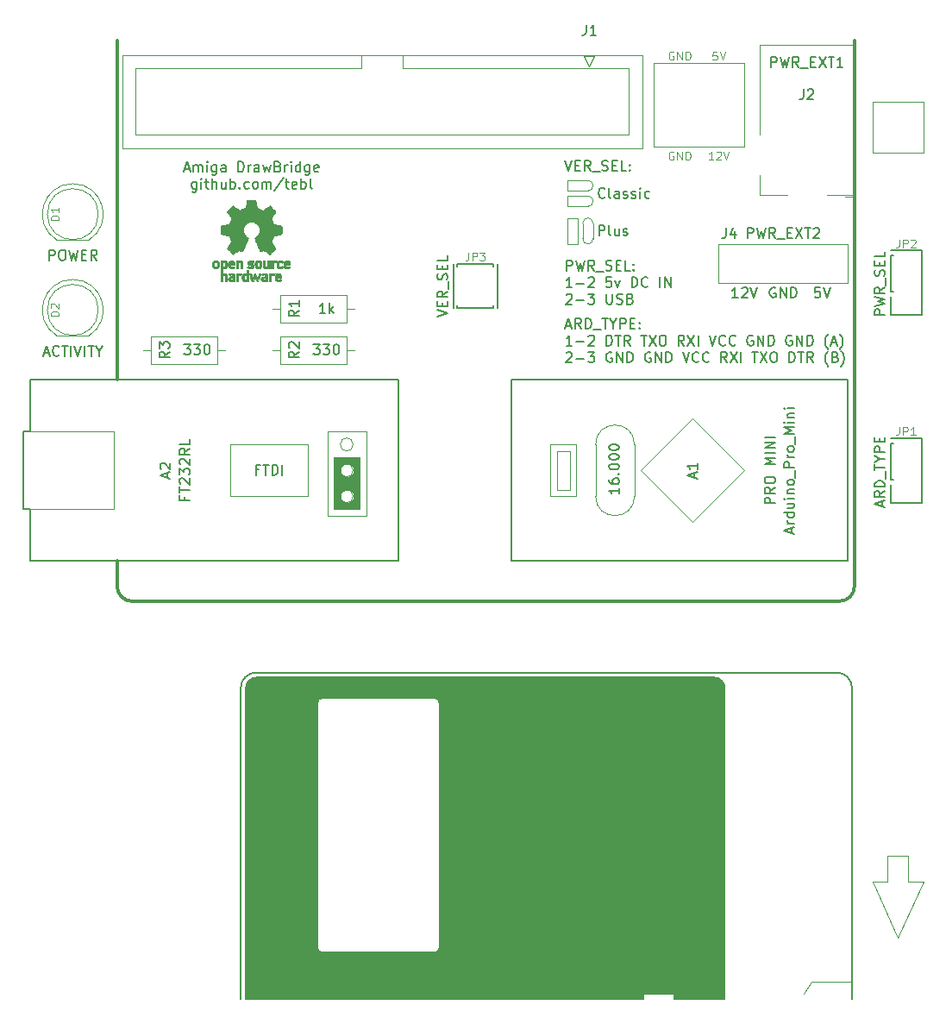
<source format=gto>
G04 #@! TF.GenerationSoftware,KiCad,Pcbnew,(5.1.8)-1*
G04 #@! TF.CreationDate,2021-11-04T12:38:14+01:00*
G04 #@! TF.ProjectId,Amiga Drawbridge,416d6967-6120-4447-9261-776272696467,rev?*
G04 #@! TF.SameCoordinates,Original*
G04 #@! TF.FileFunction,Legend,Top*
G04 #@! TF.FilePolarity,Positive*
%FSLAX46Y46*%
G04 Gerber Fmt 4.6, Leading zero omitted, Abs format (unit mm)*
G04 Created by KiCad (PCBNEW (5.1.8)-1) date 2021-11-04 12:38:14*
%MOMM*%
%LPD*%
G01*
G04 APERTURE LIST*
%ADD10C,0.150000*%
%ADD11C,0.120000*%
%ADD12C,0.300000*%
%ADD13C,0.100000*%
%ADD14C,0.200000*%
%ADD15C,0.010000*%
G04 APERTURE END LIST*
D10*
X164737023Y-70334142D02*
X164689404Y-70381761D01*
X164546547Y-70429380D01*
X164451309Y-70429380D01*
X164308452Y-70381761D01*
X164213214Y-70286523D01*
X164165595Y-70191285D01*
X164117976Y-70000809D01*
X164117976Y-69857952D01*
X164165595Y-69667476D01*
X164213214Y-69572238D01*
X164308452Y-69477000D01*
X164451309Y-69429380D01*
X164546547Y-69429380D01*
X164689404Y-69477000D01*
X164737023Y-69524619D01*
X165308452Y-70429380D02*
X165213214Y-70381761D01*
X165165595Y-70286523D01*
X165165595Y-69429380D01*
X166117976Y-70429380D02*
X166117976Y-69905571D01*
X166070357Y-69810333D01*
X165975119Y-69762714D01*
X165784642Y-69762714D01*
X165689404Y-69810333D01*
X166117976Y-70381761D02*
X166022738Y-70429380D01*
X165784642Y-70429380D01*
X165689404Y-70381761D01*
X165641785Y-70286523D01*
X165641785Y-70191285D01*
X165689404Y-70096047D01*
X165784642Y-70048428D01*
X166022738Y-70048428D01*
X166117976Y-70000809D01*
X166546547Y-70381761D02*
X166641785Y-70429380D01*
X166832261Y-70429380D01*
X166927500Y-70381761D01*
X166975119Y-70286523D01*
X166975119Y-70238904D01*
X166927500Y-70143666D01*
X166832261Y-70096047D01*
X166689404Y-70096047D01*
X166594166Y-70048428D01*
X166546547Y-69953190D01*
X166546547Y-69905571D01*
X166594166Y-69810333D01*
X166689404Y-69762714D01*
X166832261Y-69762714D01*
X166927500Y-69810333D01*
X167356071Y-70381761D02*
X167451309Y-70429380D01*
X167641785Y-70429380D01*
X167737023Y-70381761D01*
X167784642Y-70286523D01*
X167784642Y-70238904D01*
X167737023Y-70143666D01*
X167641785Y-70096047D01*
X167498928Y-70096047D01*
X167403690Y-70048428D01*
X167356071Y-69953190D01*
X167356071Y-69905571D01*
X167403690Y-69810333D01*
X167498928Y-69762714D01*
X167641785Y-69762714D01*
X167737023Y-69810333D01*
X168213214Y-70429380D02*
X168213214Y-69762714D01*
X168213214Y-69429380D02*
X168165595Y-69477000D01*
X168213214Y-69524619D01*
X168260833Y-69477000D01*
X168213214Y-69429380D01*
X168213214Y-69524619D01*
X169117976Y-70381761D02*
X169022738Y-70429380D01*
X168832261Y-70429380D01*
X168737023Y-70381761D01*
X168689404Y-70334142D01*
X168641785Y-70238904D01*
X168641785Y-69953190D01*
X168689404Y-69857952D01*
X168737023Y-69810333D01*
X168832261Y-69762714D01*
X169022738Y-69762714D01*
X169117976Y-69810333D01*
X164165595Y-74112380D02*
X164165595Y-73112380D01*
X164546547Y-73112380D01*
X164641785Y-73160000D01*
X164689404Y-73207619D01*
X164737023Y-73302857D01*
X164737023Y-73445714D01*
X164689404Y-73540952D01*
X164641785Y-73588571D01*
X164546547Y-73636190D01*
X164165595Y-73636190D01*
X165308452Y-74112380D02*
X165213214Y-74064761D01*
X165165595Y-73969523D01*
X165165595Y-73112380D01*
X166117976Y-73445714D02*
X166117976Y-74112380D01*
X165689404Y-73445714D02*
X165689404Y-73969523D01*
X165737023Y-74064761D01*
X165832261Y-74112380D01*
X165975119Y-74112380D01*
X166070357Y-74064761D01*
X166117976Y-74017142D01*
X166546547Y-74064761D02*
X166641785Y-74112380D01*
X166832261Y-74112380D01*
X166927500Y-74064761D01*
X166975119Y-73969523D01*
X166975119Y-73921904D01*
X166927500Y-73826666D01*
X166832261Y-73779047D01*
X166689404Y-73779047D01*
X166594166Y-73731428D01*
X166546547Y-73636190D01*
X166546547Y-73588571D01*
X166594166Y-73493333D01*
X166689404Y-73445714D01*
X166832261Y-73445714D01*
X166927500Y-73493333D01*
X160847738Y-66762380D02*
X161181071Y-67762380D01*
X161514404Y-66762380D01*
X161847738Y-67238571D02*
X162181071Y-67238571D01*
X162323928Y-67762380D02*
X161847738Y-67762380D01*
X161847738Y-66762380D01*
X162323928Y-66762380D01*
X163323928Y-67762380D02*
X162990595Y-67286190D01*
X162752500Y-67762380D02*
X162752500Y-66762380D01*
X163133452Y-66762380D01*
X163228690Y-66810000D01*
X163276309Y-66857619D01*
X163323928Y-66952857D01*
X163323928Y-67095714D01*
X163276309Y-67190952D01*
X163228690Y-67238571D01*
X163133452Y-67286190D01*
X162752500Y-67286190D01*
X163514404Y-67857619D02*
X164276309Y-67857619D01*
X164466785Y-67714761D02*
X164609642Y-67762380D01*
X164847738Y-67762380D01*
X164942976Y-67714761D01*
X164990595Y-67667142D01*
X165038214Y-67571904D01*
X165038214Y-67476666D01*
X164990595Y-67381428D01*
X164942976Y-67333809D01*
X164847738Y-67286190D01*
X164657261Y-67238571D01*
X164562023Y-67190952D01*
X164514404Y-67143333D01*
X164466785Y-67048095D01*
X164466785Y-66952857D01*
X164514404Y-66857619D01*
X164562023Y-66810000D01*
X164657261Y-66762380D01*
X164895357Y-66762380D01*
X165038214Y-66810000D01*
X165466785Y-67238571D02*
X165800119Y-67238571D01*
X165942976Y-67762380D02*
X165466785Y-67762380D01*
X165466785Y-66762380D01*
X165942976Y-66762380D01*
X166847738Y-67762380D02*
X166371547Y-67762380D01*
X166371547Y-66762380D01*
X167181071Y-67667142D02*
X167228690Y-67714761D01*
X167181071Y-67762380D01*
X167133452Y-67714761D01*
X167181071Y-67667142D01*
X167181071Y-67762380D01*
X167181071Y-67143333D02*
X167228690Y-67190952D01*
X167181071Y-67238571D01*
X167133452Y-67190952D01*
X167181071Y-67143333D01*
X167181071Y-67238571D01*
D11*
X163576000Y-74422000D02*
X163576000Y-72898000D01*
X162560000Y-72898000D02*
X162560000Y-74422000D01*
X162560000Y-72898000D02*
G75*
G02*
X163576000Y-72898000I508000J0D01*
G01*
X163576000Y-74422000D02*
G75*
G02*
X162560000Y-74422000I-508000J0D01*
G01*
X163068000Y-68707000D02*
G75*
G02*
X163068000Y-69723000I0J-508000D01*
G01*
X161036000Y-72390000D02*
X162052000Y-72390000D01*
X161036000Y-74930000D02*
X161036000Y-72390000D01*
X162052000Y-74930000D02*
X161036000Y-74930000D01*
X162052000Y-72390000D02*
X162052000Y-74930000D01*
X163068000Y-70231000D02*
G75*
G02*
X163068000Y-71247000I0J-508000D01*
G01*
X161036000Y-71247000D02*
X161036000Y-70231000D01*
X163068000Y-71247000D02*
X161036000Y-71247000D01*
X161036000Y-70231000D02*
X163068000Y-70231000D01*
X161036000Y-69723000D02*
X161036000Y-68707000D01*
X163068000Y-69723000D02*
X161036000Y-69723000D01*
X161036000Y-68707000D02*
X163068000Y-68707000D01*
D10*
X160942976Y-82971666D02*
X161419166Y-82971666D01*
X160847738Y-83257380D02*
X161181071Y-82257380D01*
X161514404Y-83257380D01*
X162419166Y-83257380D02*
X162085833Y-82781190D01*
X161847738Y-83257380D02*
X161847738Y-82257380D01*
X162228690Y-82257380D01*
X162323928Y-82305000D01*
X162371547Y-82352619D01*
X162419166Y-82447857D01*
X162419166Y-82590714D01*
X162371547Y-82685952D01*
X162323928Y-82733571D01*
X162228690Y-82781190D01*
X161847738Y-82781190D01*
X162847738Y-83257380D02*
X162847738Y-82257380D01*
X163085833Y-82257380D01*
X163228690Y-82305000D01*
X163323928Y-82400238D01*
X163371547Y-82495476D01*
X163419166Y-82685952D01*
X163419166Y-82828809D01*
X163371547Y-83019285D01*
X163323928Y-83114523D01*
X163228690Y-83209761D01*
X163085833Y-83257380D01*
X162847738Y-83257380D01*
X163609642Y-83352619D02*
X164371547Y-83352619D01*
X164466785Y-82257380D02*
X165038214Y-82257380D01*
X164752500Y-83257380D02*
X164752500Y-82257380D01*
X165562023Y-82781190D02*
X165562023Y-83257380D01*
X165228690Y-82257380D02*
X165562023Y-82781190D01*
X165895357Y-82257380D01*
X166228690Y-83257380D02*
X166228690Y-82257380D01*
X166609642Y-82257380D01*
X166704880Y-82305000D01*
X166752500Y-82352619D01*
X166800119Y-82447857D01*
X166800119Y-82590714D01*
X166752500Y-82685952D01*
X166704880Y-82733571D01*
X166609642Y-82781190D01*
X166228690Y-82781190D01*
X167228690Y-82733571D02*
X167562023Y-82733571D01*
X167704880Y-83257380D02*
X167228690Y-83257380D01*
X167228690Y-82257380D01*
X167704880Y-82257380D01*
X168133452Y-83162142D02*
X168181071Y-83209761D01*
X168133452Y-83257380D01*
X168085833Y-83209761D01*
X168133452Y-83162142D01*
X168133452Y-83257380D01*
X168133452Y-82638333D02*
X168181071Y-82685952D01*
X168133452Y-82733571D01*
X168085833Y-82685952D01*
X168133452Y-82638333D01*
X168133452Y-82733571D01*
X161514404Y-84907380D02*
X160942976Y-84907380D01*
X161228690Y-84907380D02*
X161228690Y-83907380D01*
X161133452Y-84050238D01*
X161038214Y-84145476D01*
X160942976Y-84193095D01*
X161942976Y-84526428D02*
X162704880Y-84526428D01*
X163133452Y-84002619D02*
X163181071Y-83955000D01*
X163276309Y-83907380D01*
X163514404Y-83907380D01*
X163609642Y-83955000D01*
X163657261Y-84002619D01*
X163704880Y-84097857D01*
X163704880Y-84193095D01*
X163657261Y-84335952D01*
X163085833Y-84907380D01*
X163704880Y-84907380D01*
X164895357Y-84907380D02*
X164895357Y-83907380D01*
X165133452Y-83907380D01*
X165276309Y-83955000D01*
X165371547Y-84050238D01*
X165419166Y-84145476D01*
X165466785Y-84335952D01*
X165466785Y-84478809D01*
X165419166Y-84669285D01*
X165371547Y-84764523D01*
X165276309Y-84859761D01*
X165133452Y-84907380D01*
X164895357Y-84907380D01*
X165752500Y-83907380D02*
X166323928Y-83907380D01*
X166038214Y-84907380D02*
X166038214Y-83907380D01*
X167228690Y-84907380D02*
X166895357Y-84431190D01*
X166657261Y-84907380D02*
X166657261Y-83907380D01*
X167038214Y-83907380D01*
X167133452Y-83955000D01*
X167181071Y-84002619D01*
X167228690Y-84097857D01*
X167228690Y-84240714D01*
X167181071Y-84335952D01*
X167133452Y-84383571D01*
X167038214Y-84431190D01*
X166657261Y-84431190D01*
X168276309Y-83907380D02*
X168847738Y-83907380D01*
X168562023Y-84907380D02*
X168562023Y-83907380D01*
X169085833Y-83907380D02*
X169752500Y-84907380D01*
X169752500Y-83907380D02*
X169085833Y-84907380D01*
X170323928Y-83907380D02*
X170514404Y-83907380D01*
X170609642Y-83955000D01*
X170704880Y-84050238D01*
X170752500Y-84240714D01*
X170752500Y-84574047D01*
X170704880Y-84764523D01*
X170609642Y-84859761D01*
X170514404Y-84907380D01*
X170323928Y-84907380D01*
X170228690Y-84859761D01*
X170133452Y-84764523D01*
X170085833Y-84574047D01*
X170085833Y-84240714D01*
X170133452Y-84050238D01*
X170228690Y-83955000D01*
X170323928Y-83907380D01*
X172514404Y-84907380D02*
X172181071Y-84431190D01*
X171942976Y-84907380D02*
X171942976Y-83907380D01*
X172323928Y-83907380D01*
X172419166Y-83955000D01*
X172466785Y-84002619D01*
X172514404Y-84097857D01*
X172514404Y-84240714D01*
X172466785Y-84335952D01*
X172419166Y-84383571D01*
X172323928Y-84431190D01*
X171942976Y-84431190D01*
X172847738Y-83907380D02*
X173514404Y-84907380D01*
X173514404Y-83907380D02*
X172847738Y-84907380D01*
X173895357Y-84907380D02*
X173895357Y-83907380D01*
X174990595Y-83907380D02*
X175323928Y-84907380D01*
X175657261Y-83907380D01*
X176562023Y-84812142D02*
X176514404Y-84859761D01*
X176371547Y-84907380D01*
X176276309Y-84907380D01*
X176133452Y-84859761D01*
X176038214Y-84764523D01*
X175990595Y-84669285D01*
X175942976Y-84478809D01*
X175942976Y-84335952D01*
X175990595Y-84145476D01*
X176038214Y-84050238D01*
X176133452Y-83955000D01*
X176276309Y-83907380D01*
X176371547Y-83907380D01*
X176514404Y-83955000D01*
X176562023Y-84002619D01*
X177562023Y-84812142D02*
X177514404Y-84859761D01*
X177371547Y-84907380D01*
X177276309Y-84907380D01*
X177133452Y-84859761D01*
X177038214Y-84764523D01*
X176990595Y-84669285D01*
X176942976Y-84478809D01*
X176942976Y-84335952D01*
X176990595Y-84145476D01*
X177038214Y-84050238D01*
X177133452Y-83955000D01*
X177276309Y-83907380D01*
X177371547Y-83907380D01*
X177514404Y-83955000D01*
X177562023Y-84002619D01*
X179276309Y-83955000D02*
X179181071Y-83907380D01*
X179038214Y-83907380D01*
X178895357Y-83955000D01*
X178800119Y-84050238D01*
X178752500Y-84145476D01*
X178704880Y-84335952D01*
X178704880Y-84478809D01*
X178752500Y-84669285D01*
X178800119Y-84764523D01*
X178895357Y-84859761D01*
X179038214Y-84907380D01*
X179133452Y-84907380D01*
X179276309Y-84859761D01*
X179323928Y-84812142D01*
X179323928Y-84478809D01*
X179133452Y-84478809D01*
X179752500Y-84907380D02*
X179752500Y-83907380D01*
X180323928Y-84907380D01*
X180323928Y-83907380D01*
X180800119Y-84907380D02*
X180800119Y-83907380D01*
X181038214Y-83907380D01*
X181181071Y-83955000D01*
X181276309Y-84050238D01*
X181323928Y-84145476D01*
X181371547Y-84335952D01*
X181371547Y-84478809D01*
X181323928Y-84669285D01*
X181276309Y-84764523D01*
X181181071Y-84859761D01*
X181038214Y-84907380D01*
X180800119Y-84907380D01*
X183085833Y-83955000D02*
X182990595Y-83907380D01*
X182847738Y-83907380D01*
X182704880Y-83955000D01*
X182609642Y-84050238D01*
X182562023Y-84145476D01*
X182514404Y-84335952D01*
X182514404Y-84478809D01*
X182562023Y-84669285D01*
X182609642Y-84764523D01*
X182704880Y-84859761D01*
X182847738Y-84907380D01*
X182942976Y-84907380D01*
X183085833Y-84859761D01*
X183133452Y-84812142D01*
X183133452Y-84478809D01*
X182942976Y-84478809D01*
X183562023Y-84907380D02*
X183562023Y-83907380D01*
X184133452Y-84907380D01*
X184133452Y-83907380D01*
X184609642Y-84907380D02*
X184609642Y-83907380D01*
X184847738Y-83907380D01*
X184990595Y-83955000D01*
X185085833Y-84050238D01*
X185133452Y-84145476D01*
X185181071Y-84335952D01*
X185181071Y-84478809D01*
X185133452Y-84669285D01*
X185085833Y-84764523D01*
X184990595Y-84859761D01*
X184847738Y-84907380D01*
X184609642Y-84907380D01*
X186657261Y-85288333D02*
X186609642Y-85240714D01*
X186514404Y-85097857D01*
X186466785Y-85002619D01*
X186419166Y-84859761D01*
X186371547Y-84621666D01*
X186371547Y-84431190D01*
X186419166Y-84193095D01*
X186466785Y-84050238D01*
X186514404Y-83955000D01*
X186609642Y-83812142D01*
X186657261Y-83764523D01*
X186990595Y-84621666D02*
X187466785Y-84621666D01*
X186895357Y-84907380D02*
X187228690Y-83907380D01*
X187562023Y-84907380D01*
X187800119Y-85288333D02*
X187847738Y-85240714D01*
X187942976Y-85097857D01*
X187990595Y-85002619D01*
X188038214Y-84859761D01*
X188085833Y-84621666D01*
X188085833Y-84431190D01*
X188038214Y-84193095D01*
X187990595Y-84050238D01*
X187942976Y-83955000D01*
X187847738Y-83812142D01*
X187800119Y-83764523D01*
X160942976Y-85652619D02*
X160990595Y-85605000D01*
X161085833Y-85557380D01*
X161323928Y-85557380D01*
X161419166Y-85605000D01*
X161466785Y-85652619D01*
X161514404Y-85747857D01*
X161514404Y-85843095D01*
X161466785Y-85985952D01*
X160895357Y-86557380D01*
X161514404Y-86557380D01*
X161942976Y-86176428D02*
X162704880Y-86176428D01*
X163085833Y-85557380D02*
X163704880Y-85557380D01*
X163371547Y-85938333D01*
X163514404Y-85938333D01*
X163609642Y-85985952D01*
X163657261Y-86033571D01*
X163704880Y-86128809D01*
X163704880Y-86366904D01*
X163657261Y-86462142D01*
X163609642Y-86509761D01*
X163514404Y-86557380D01*
X163228690Y-86557380D01*
X163133452Y-86509761D01*
X163085833Y-86462142D01*
X165419166Y-85605000D02*
X165323928Y-85557380D01*
X165181071Y-85557380D01*
X165038214Y-85605000D01*
X164942976Y-85700238D01*
X164895357Y-85795476D01*
X164847738Y-85985952D01*
X164847738Y-86128809D01*
X164895357Y-86319285D01*
X164942976Y-86414523D01*
X165038214Y-86509761D01*
X165181071Y-86557380D01*
X165276309Y-86557380D01*
X165419166Y-86509761D01*
X165466785Y-86462142D01*
X165466785Y-86128809D01*
X165276309Y-86128809D01*
X165895357Y-86557380D02*
X165895357Y-85557380D01*
X166466785Y-86557380D01*
X166466785Y-85557380D01*
X166942976Y-86557380D02*
X166942976Y-85557380D01*
X167181071Y-85557380D01*
X167323928Y-85605000D01*
X167419166Y-85700238D01*
X167466785Y-85795476D01*
X167514404Y-85985952D01*
X167514404Y-86128809D01*
X167466785Y-86319285D01*
X167419166Y-86414523D01*
X167323928Y-86509761D01*
X167181071Y-86557380D01*
X166942976Y-86557380D01*
X169228690Y-85605000D02*
X169133452Y-85557380D01*
X168990595Y-85557380D01*
X168847738Y-85605000D01*
X168752500Y-85700238D01*
X168704880Y-85795476D01*
X168657261Y-85985952D01*
X168657261Y-86128809D01*
X168704880Y-86319285D01*
X168752500Y-86414523D01*
X168847738Y-86509761D01*
X168990595Y-86557380D01*
X169085833Y-86557380D01*
X169228690Y-86509761D01*
X169276309Y-86462142D01*
X169276309Y-86128809D01*
X169085833Y-86128809D01*
X169704880Y-86557380D02*
X169704880Y-85557380D01*
X170276309Y-86557380D01*
X170276309Y-85557380D01*
X170752500Y-86557380D02*
X170752500Y-85557380D01*
X170990595Y-85557380D01*
X171133452Y-85605000D01*
X171228690Y-85700238D01*
X171276309Y-85795476D01*
X171323928Y-85985952D01*
X171323928Y-86128809D01*
X171276309Y-86319285D01*
X171228690Y-86414523D01*
X171133452Y-86509761D01*
X170990595Y-86557380D01*
X170752500Y-86557380D01*
X172371547Y-85557380D02*
X172704880Y-86557380D01*
X173038214Y-85557380D01*
X173942976Y-86462142D02*
X173895357Y-86509761D01*
X173752500Y-86557380D01*
X173657261Y-86557380D01*
X173514404Y-86509761D01*
X173419166Y-86414523D01*
X173371547Y-86319285D01*
X173323928Y-86128809D01*
X173323928Y-85985952D01*
X173371547Y-85795476D01*
X173419166Y-85700238D01*
X173514404Y-85605000D01*
X173657261Y-85557380D01*
X173752500Y-85557380D01*
X173895357Y-85605000D01*
X173942976Y-85652619D01*
X174942976Y-86462142D02*
X174895357Y-86509761D01*
X174752500Y-86557380D01*
X174657261Y-86557380D01*
X174514404Y-86509761D01*
X174419166Y-86414523D01*
X174371547Y-86319285D01*
X174323928Y-86128809D01*
X174323928Y-85985952D01*
X174371547Y-85795476D01*
X174419166Y-85700238D01*
X174514404Y-85605000D01*
X174657261Y-85557380D01*
X174752500Y-85557380D01*
X174895357Y-85605000D01*
X174942976Y-85652619D01*
X176704880Y-86557380D02*
X176371547Y-86081190D01*
X176133452Y-86557380D02*
X176133452Y-85557380D01*
X176514404Y-85557380D01*
X176609642Y-85605000D01*
X176657261Y-85652619D01*
X176704880Y-85747857D01*
X176704880Y-85890714D01*
X176657261Y-85985952D01*
X176609642Y-86033571D01*
X176514404Y-86081190D01*
X176133452Y-86081190D01*
X177038214Y-85557380D02*
X177704880Y-86557380D01*
X177704880Y-85557380D02*
X177038214Y-86557380D01*
X178085833Y-86557380D02*
X178085833Y-85557380D01*
X179181071Y-85557380D02*
X179752500Y-85557380D01*
X179466785Y-86557380D02*
X179466785Y-85557380D01*
X179990595Y-85557380D02*
X180657261Y-86557380D01*
X180657261Y-85557380D02*
X179990595Y-86557380D01*
X181228690Y-85557380D02*
X181419166Y-85557380D01*
X181514404Y-85605000D01*
X181609642Y-85700238D01*
X181657261Y-85890714D01*
X181657261Y-86224047D01*
X181609642Y-86414523D01*
X181514404Y-86509761D01*
X181419166Y-86557380D01*
X181228690Y-86557380D01*
X181133452Y-86509761D01*
X181038214Y-86414523D01*
X180990595Y-86224047D01*
X180990595Y-85890714D01*
X181038214Y-85700238D01*
X181133452Y-85605000D01*
X181228690Y-85557380D01*
X182847738Y-86557380D02*
X182847738Y-85557380D01*
X183085833Y-85557380D01*
X183228690Y-85605000D01*
X183323928Y-85700238D01*
X183371547Y-85795476D01*
X183419166Y-85985952D01*
X183419166Y-86128809D01*
X183371547Y-86319285D01*
X183323928Y-86414523D01*
X183228690Y-86509761D01*
X183085833Y-86557380D01*
X182847738Y-86557380D01*
X183704880Y-85557380D02*
X184276309Y-85557380D01*
X183990595Y-86557380D02*
X183990595Y-85557380D01*
X185181071Y-86557380D02*
X184847738Y-86081190D01*
X184609642Y-86557380D02*
X184609642Y-85557380D01*
X184990595Y-85557380D01*
X185085833Y-85605000D01*
X185133452Y-85652619D01*
X185181071Y-85747857D01*
X185181071Y-85890714D01*
X185133452Y-85985952D01*
X185085833Y-86033571D01*
X184990595Y-86081190D01*
X184609642Y-86081190D01*
X186657261Y-86938333D02*
X186609642Y-86890714D01*
X186514404Y-86747857D01*
X186466785Y-86652619D01*
X186419166Y-86509761D01*
X186371547Y-86271666D01*
X186371547Y-86081190D01*
X186419166Y-85843095D01*
X186466785Y-85700238D01*
X186514404Y-85605000D01*
X186609642Y-85462142D01*
X186657261Y-85414523D01*
X187371547Y-86033571D02*
X187514404Y-86081190D01*
X187562023Y-86128809D01*
X187609642Y-86224047D01*
X187609642Y-86366904D01*
X187562023Y-86462142D01*
X187514404Y-86509761D01*
X187419166Y-86557380D01*
X187038214Y-86557380D01*
X187038214Y-85557380D01*
X187371547Y-85557380D01*
X187466785Y-85605000D01*
X187514404Y-85652619D01*
X187562023Y-85747857D01*
X187562023Y-85843095D01*
X187514404Y-85938333D01*
X187466785Y-85985952D01*
X187371547Y-86033571D01*
X187038214Y-86033571D01*
X187942976Y-86938333D02*
X187990595Y-86890714D01*
X188085833Y-86747857D01*
X188133452Y-86652619D01*
X188181071Y-86509761D01*
X188228690Y-86271666D01*
X188228690Y-86081190D01*
X188181071Y-85843095D01*
X188133452Y-85700238D01*
X188085833Y-85605000D01*
X187990595Y-85462142D01*
X187942976Y-85414523D01*
X160990595Y-77542380D02*
X160990595Y-76542380D01*
X161371547Y-76542380D01*
X161466785Y-76590000D01*
X161514404Y-76637619D01*
X161562023Y-76732857D01*
X161562023Y-76875714D01*
X161514404Y-76970952D01*
X161466785Y-77018571D01*
X161371547Y-77066190D01*
X160990595Y-77066190D01*
X161895357Y-76542380D02*
X162133452Y-77542380D01*
X162323928Y-76828095D01*
X162514404Y-77542380D01*
X162752500Y-76542380D01*
X163704880Y-77542380D02*
X163371547Y-77066190D01*
X163133452Y-77542380D02*
X163133452Y-76542380D01*
X163514404Y-76542380D01*
X163609642Y-76590000D01*
X163657261Y-76637619D01*
X163704880Y-76732857D01*
X163704880Y-76875714D01*
X163657261Y-76970952D01*
X163609642Y-77018571D01*
X163514404Y-77066190D01*
X163133452Y-77066190D01*
X163895357Y-77637619D02*
X164657261Y-77637619D01*
X164847738Y-77494761D02*
X164990595Y-77542380D01*
X165228690Y-77542380D01*
X165323928Y-77494761D01*
X165371547Y-77447142D01*
X165419166Y-77351904D01*
X165419166Y-77256666D01*
X165371547Y-77161428D01*
X165323928Y-77113809D01*
X165228690Y-77066190D01*
X165038214Y-77018571D01*
X164942976Y-76970952D01*
X164895357Y-76923333D01*
X164847738Y-76828095D01*
X164847738Y-76732857D01*
X164895357Y-76637619D01*
X164942976Y-76590000D01*
X165038214Y-76542380D01*
X165276309Y-76542380D01*
X165419166Y-76590000D01*
X165847738Y-77018571D02*
X166181071Y-77018571D01*
X166323928Y-77542380D02*
X165847738Y-77542380D01*
X165847738Y-76542380D01*
X166323928Y-76542380D01*
X167228690Y-77542380D02*
X166752500Y-77542380D01*
X166752500Y-76542380D01*
X167562023Y-77447142D02*
X167609642Y-77494761D01*
X167562023Y-77542380D01*
X167514404Y-77494761D01*
X167562023Y-77447142D01*
X167562023Y-77542380D01*
X167562023Y-76923333D02*
X167609642Y-76970952D01*
X167562023Y-77018571D01*
X167514404Y-76970952D01*
X167562023Y-76923333D01*
X167562023Y-77018571D01*
X161514404Y-79192380D02*
X160942976Y-79192380D01*
X161228690Y-79192380D02*
X161228690Y-78192380D01*
X161133452Y-78335238D01*
X161038214Y-78430476D01*
X160942976Y-78478095D01*
X161942976Y-78811428D02*
X162704880Y-78811428D01*
X163133452Y-78287619D02*
X163181071Y-78240000D01*
X163276309Y-78192380D01*
X163514404Y-78192380D01*
X163609642Y-78240000D01*
X163657261Y-78287619D01*
X163704880Y-78382857D01*
X163704880Y-78478095D01*
X163657261Y-78620952D01*
X163085833Y-79192380D01*
X163704880Y-79192380D01*
X165371547Y-78192380D02*
X164895357Y-78192380D01*
X164847738Y-78668571D01*
X164895357Y-78620952D01*
X164990595Y-78573333D01*
X165228690Y-78573333D01*
X165323928Y-78620952D01*
X165371547Y-78668571D01*
X165419166Y-78763809D01*
X165419166Y-79001904D01*
X165371547Y-79097142D01*
X165323928Y-79144761D01*
X165228690Y-79192380D01*
X164990595Y-79192380D01*
X164895357Y-79144761D01*
X164847738Y-79097142D01*
X165752500Y-78525714D02*
X165990595Y-79192380D01*
X166228690Y-78525714D01*
X167371547Y-79192380D02*
X167371547Y-78192380D01*
X167609642Y-78192380D01*
X167752500Y-78240000D01*
X167847738Y-78335238D01*
X167895357Y-78430476D01*
X167942976Y-78620952D01*
X167942976Y-78763809D01*
X167895357Y-78954285D01*
X167847738Y-79049523D01*
X167752500Y-79144761D01*
X167609642Y-79192380D01*
X167371547Y-79192380D01*
X168942976Y-79097142D02*
X168895357Y-79144761D01*
X168752500Y-79192380D01*
X168657261Y-79192380D01*
X168514404Y-79144761D01*
X168419166Y-79049523D01*
X168371547Y-78954285D01*
X168323928Y-78763809D01*
X168323928Y-78620952D01*
X168371547Y-78430476D01*
X168419166Y-78335238D01*
X168514404Y-78240000D01*
X168657261Y-78192380D01*
X168752500Y-78192380D01*
X168895357Y-78240000D01*
X168942976Y-78287619D01*
X170133452Y-79192380D02*
X170133452Y-78192380D01*
X170609642Y-79192380D02*
X170609642Y-78192380D01*
X171181071Y-79192380D01*
X171181071Y-78192380D01*
X160942976Y-79937619D02*
X160990595Y-79890000D01*
X161085833Y-79842380D01*
X161323928Y-79842380D01*
X161419166Y-79890000D01*
X161466785Y-79937619D01*
X161514404Y-80032857D01*
X161514404Y-80128095D01*
X161466785Y-80270952D01*
X160895357Y-80842380D01*
X161514404Y-80842380D01*
X161942976Y-80461428D02*
X162704880Y-80461428D01*
X163085833Y-79842380D02*
X163704880Y-79842380D01*
X163371547Y-80223333D01*
X163514404Y-80223333D01*
X163609642Y-80270952D01*
X163657261Y-80318571D01*
X163704880Y-80413809D01*
X163704880Y-80651904D01*
X163657261Y-80747142D01*
X163609642Y-80794761D01*
X163514404Y-80842380D01*
X163228690Y-80842380D01*
X163133452Y-80794761D01*
X163085833Y-80747142D01*
X164895357Y-79842380D02*
X164895357Y-80651904D01*
X164942976Y-80747142D01*
X164990595Y-80794761D01*
X165085833Y-80842380D01*
X165276309Y-80842380D01*
X165371547Y-80794761D01*
X165419166Y-80747142D01*
X165466785Y-80651904D01*
X165466785Y-79842380D01*
X165895357Y-80794761D02*
X166038214Y-80842380D01*
X166276309Y-80842380D01*
X166371547Y-80794761D01*
X166419166Y-80747142D01*
X166466785Y-80651904D01*
X166466785Y-80556666D01*
X166419166Y-80461428D01*
X166371547Y-80413809D01*
X166276309Y-80366190D01*
X166085833Y-80318571D01*
X165990595Y-80270952D01*
X165942976Y-80223333D01*
X165895357Y-80128095D01*
X165895357Y-80032857D01*
X165942976Y-79937619D01*
X165990595Y-79890000D01*
X166085833Y-79842380D01*
X166323928Y-79842380D01*
X166466785Y-79890000D01*
X167228690Y-80318571D02*
X167371547Y-80366190D01*
X167419166Y-80413809D01*
X167466785Y-80509047D01*
X167466785Y-80651904D01*
X167419166Y-80747142D01*
X167371547Y-80794761D01*
X167276309Y-80842380D01*
X166895357Y-80842380D01*
X166895357Y-79842380D01*
X167228690Y-79842380D01*
X167323928Y-79890000D01*
X167371547Y-79937619D01*
X167419166Y-80032857D01*
X167419166Y-80128095D01*
X167371547Y-80223333D01*
X167323928Y-80270952D01*
X167228690Y-80318571D01*
X166895357Y-80318571D01*
X109666666Y-85637666D02*
X110142857Y-85637666D01*
X109571428Y-85923380D02*
X109904761Y-84923380D01*
X110238095Y-85923380D01*
X111142857Y-85828142D02*
X111095238Y-85875761D01*
X110952380Y-85923380D01*
X110857142Y-85923380D01*
X110714285Y-85875761D01*
X110619047Y-85780523D01*
X110571428Y-85685285D01*
X110523809Y-85494809D01*
X110523809Y-85351952D01*
X110571428Y-85161476D01*
X110619047Y-85066238D01*
X110714285Y-84971000D01*
X110857142Y-84923380D01*
X110952380Y-84923380D01*
X111095238Y-84971000D01*
X111142857Y-85018619D01*
X111428571Y-84923380D02*
X112000000Y-84923380D01*
X111714285Y-85923380D02*
X111714285Y-84923380D01*
X112333333Y-85923380D02*
X112333333Y-84923380D01*
X112666666Y-84923380D02*
X113000000Y-85923380D01*
X113333333Y-84923380D01*
X113666666Y-85923380D02*
X113666666Y-84923380D01*
X114000000Y-84923380D02*
X114571428Y-84923380D01*
X114285714Y-85923380D02*
X114285714Y-84923380D01*
X115095238Y-85447190D02*
X115095238Y-85923380D01*
X114761904Y-84923380D02*
X115095238Y-85447190D01*
X115428571Y-84923380D01*
X110190476Y-76525380D02*
X110190476Y-75525380D01*
X110571428Y-75525380D01*
X110666666Y-75573000D01*
X110714285Y-75620619D01*
X110761904Y-75715857D01*
X110761904Y-75858714D01*
X110714285Y-75953952D01*
X110666666Y-76001571D01*
X110571428Y-76049190D01*
X110190476Y-76049190D01*
X111380952Y-75525380D02*
X111571428Y-75525380D01*
X111666666Y-75573000D01*
X111761904Y-75668238D01*
X111809523Y-75858714D01*
X111809523Y-76192047D01*
X111761904Y-76382523D01*
X111666666Y-76477761D01*
X111571428Y-76525380D01*
X111380952Y-76525380D01*
X111285714Y-76477761D01*
X111190476Y-76382523D01*
X111142857Y-76192047D01*
X111142857Y-75858714D01*
X111190476Y-75668238D01*
X111285714Y-75573000D01*
X111380952Y-75525380D01*
X112142857Y-75525380D02*
X112380952Y-76525380D01*
X112571428Y-75811095D01*
X112761904Y-76525380D01*
X113000000Y-75525380D01*
X113380952Y-76001571D02*
X113714285Y-76001571D01*
X113857142Y-76525380D02*
X113380952Y-76525380D01*
X113380952Y-75525380D01*
X113857142Y-75525380D01*
X114857142Y-76525380D02*
X114523809Y-76049190D01*
X114285714Y-76525380D02*
X114285714Y-75525380D01*
X114666666Y-75525380D01*
X114761904Y-75573000D01*
X114809523Y-75620619D01*
X114857142Y-75715857D01*
X114857142Y-75858714D01*
X114809523Y-75953952D01*
X114761904Y-76001571D01*
X114666666Y-76049190D01*
X114285714Y-76049190D01*
X123452761Y-67564666D02*
X123928952Y-67564666D01*
X123357523Y-67850380D02*
X123690857Y-66850380D01*
X124024190Y-67850380D01*
X124357523Y-67850380D02*
X124357523Y-67183714D01*
X124357523Y-67278952D02*
X124405142Y-67231333D01*
X124500380Y-67183714D01*
X124643238Y-67183714D01*
X124738476Y-67231333D01*
X124786095Y-67326571D01*
X124786095Y-67850380D01*
X124786095Y-67326571D02*
X124833714Y-67231333D01*
X124928952Y-67183714D01*
X125071809Y-67183714D01*
X125167047Y-67231333D01*
X125214666Y-67326571D01*
X125214666Y-67850380D01*
X125690857Y-67850380D02*
X125690857Y-67183714D01*
X125690857Y-66850380D02*
X125643238Y-66898000D01*
X125690857Y-66945619D01*
X125738476Y-66898000D01*
X125690857Y-66850380D01*
X125690857Y-66945619D01*
X126595619Y-67183714D02*
X126595619Y-67993238D01*
X126548000Y-68088476D01*
X126500380Y-68136095D01*
X126405142Y-68183714D01*
X126262285Y-68183714D01*
X126167047Y-68136095D01*
X126595619Y-67802761D02*
X126500380Y-67850380D01*
X126309904Y-67850380D01*
X126214666Y-67802761D01*
X126167047Y-67755142D01*
X126119428Y-67659904D01*
X126119428Y-67374190D01*
X126167047Y-67278952D01*
X126214666Y-67231333D01*
X126309904Y-67183714D01*
X126500380Y-67183714D01*
X126595619Y-67231333D01*
X127500380Y-67850380D02*
X127500380Y-67326571D01*
X127452761Y-67231333D01*
X127357523Y-67183714D01*
X127167047Y-67183714D01*
X127071809Y-67231333D01*
X127500380Y-67802761D02*
X127405142Y-67850380D01*
X127167047Y-67850380D01*
X127071809Y-67802761D01*
X127024190Y-67707523D01*
X127024190Y-67612285D01*
X127071809Y-67517047D01*
X127167047Y-67469428D01*
X127405142Y-67469428D01*
X127500380Y-67421809D01*
X128738476Y-67850380D02*
X128738476Y-66850380D01*
X128976571Y-66850380D01*
X129119428Y-66898000D01*
X129214666Y-66993238D01*
X129262285Y-67088476D01*
X129309904Y-67278952D01*
X129309904Y-67421809D01*
X129262285Y-67612285D01*
X129214666Y-67707523D01*
X129119428Y-67802761D01*
X128976571Y-67850380D01*
X128738476Y-67850380D01*
X129738476Y-67850380D02*
X129738476Y-67183714D01*
X129738476Y-67374190D02*
X129786095Y-67278952D01*
X129833714Y-67231333D01*
X129928952Y-67183714D01*
X130024190Y-67183714D01*
X130786095Y-67850380D02*
X130786095Y-67326571D01*
X130738476Y-67231333D01*
X130643238Y-67183714D01*
X130452761Y-67183714D01*
X130357523Y-67231333D01*
X130786095Y-67802761D02*
X130690857Y-67850380D01*
X130452761Y-67850380D01*
X130357523Y-67802761D01*
X130309904Y-67707523D01*
X130309904Y-67612285D01*
X130357523Y-67517047D01*
X130452761Y-67469428D01*
X130690857Y-67469428D01*
X130786095Y-67421809D01*
X131167047Y-67183714D02*
X131357523Y-67850380D01*
X131548000Y-67374190D01*
X131738476Y-67850380D01*
X131928952Y-67183714D01*
X132643238Y-67326571D02*
X132786095Y-67374190D01*
X132833714Y-67421809D01*
X132881333Y-67517047D01*
X132881333Y-67659904D01*
X132833714Y-67755142D01*
X132786095Y-67802761D01*
X132690857Y-67850380D01*
X132309904Y-67850380D01*
X132309904Y-66850380D01*
X132643238Y-66850380D01*
X132738476Y-66898000D01*
X132786095Y-66945619D01*
X132833714Y-67040857D01*
X132833714Y-67136095D01*
X132786095Y-67231333D01*
X132738476Y-67278952D01*
X132643238Y-67326571D01*
X132309904Y-67326571D01*
X133309904Y-67850380D02*
X133309904Y-67183714D01*
X133309904Y-67374190D02*
X133357523Y-67278952D01*
X133405142Y-67231333D01*
X133500380Y-67183714D01*
X133595619Y-67183714D01*
X133928952Y-67850380D02*
X133928952Y-67183714D01*
X133928952Y-66850380D02*
X133881333Y-66898000D01*
X133928952Y-66945619D01*
X133976571Y-66898000D01*
X133928952Y-66850380D01*
X133928952Y-66945619D01*
X134833714Y-67850380D02*
X134833714Y-66850380D01*
X134833714Y-67802761D02*
X134738476Y-67850380D01*
X134548000Y-67850380D01*
X134452761Y-67802761D01*
X134405142Y-67755142D01*
X134357523Y-67659904D01*
X134357523Y-67374190D01*
X134405142Y-67278952D01*
X134452761Y-67231333D01*
X134548000Y-67183714D01*
X134738476Y-67183714D01*
X134833714Y-67231333D01*
X135738476Y-67183714D02*
X135738476Y-67993238D01*
X135690857Y-68088476D01*
X135643238Y-68136095D01*
X135548000Y-68183714D01*
X135405142Y-68183714D01*
X135309904Y-68136095D01*
X135738476Y-67802761D02*
X135643238Y-67850380D01*
X135452761Y-67850380D01*
X135357523Y-67802761D01*
X135309904Y-67755142D01*
X135262285Y-67659904D01*
X135262285Y-67374190D01*
X135309904Y-67278952D01*
X135357523Y-67231333D01*
X135452761Y-67183714D01*
X135643238Y-67183714D01*
X135738476Y-67231333D01*
X136595619Y-67802761D02*
X136500380Y-67850380D01*
X136309904Y-67850380D01*
X136214666Y-67802761D01*
X136167047Y-67707523D01*
X136167047Y-67326571D01*
X136214666Y-67231333D01*
X136309904Y-67183714D01*
X136500380Y-67183714D01*
X136595619Y-67231333D01*
X136643238Y-67326571D01*
X136643238Y-67421809D01*
X136167047Y-67517047D01*
X124643238Y-68833714D02*
X124643238Y-69643238D01*
X124595619Y-69738476D01*
X124548000Y-69786095D01*
X124452761Y-69833714D01*
X124309904Y-69833714D01*
X124214666Y-69786095D01*
X124643238Y-69452761D02*
X124548000Y-69500380D01*
X124357523Y-69500380D01*
X124262285Y-69452761D01*
X124214666Y-69405142D01*
X124167047Y-69309904D01*
X124167047Y-69024190D01*
X124214666Y-68928952D01*
X124262285Y-68881333D01*
X124357523Y-68833714D01*
X124548000Y-68833714D01*
X124643238Y-68881333D01*
X125119428Y-69500380D02*
X125119428Y-68833714D01*
X125119428Y-68500380D02*
X125071809Y-68548000D01*
X125119428Y-68595619D01*
X125167047Y-68548000D01*
X125119428Y-68500380D01*
X125119428Y-68595619D01*
X125452761Y-68833714D02*
X125833714Y-68833714D01*
X125595619Y-68500380D02*
X125595619Y-69357523D01*
X125643238Y-69452761D01*
X125738476Y-69500380D01*
X125833714Y-69500380D01*
X126167047Y-69500380D02*
X126167047Y-68500380D01*
X126595619Y-69500380D02*
X126595619Y-68976571D01*
X126548000Y-68881333D01*
X126452761Y-68833714D01*
X126309904Y-68833714D01*
X126214666Y-68881333D01*
X126167047Y-68928952D01*
X127500380Y-68833714D02*
X127500380Y-69500380D01*
X127071809Y-68833714D02*
X127071809Y-69357523D01*
X127119428Y-69452761D01*
X127214666Y-69500380D01*
X127357523Y-69500380D01*
X127452761Y-69452761D01*
X127500380Y-69405142D01*
X127976571Y-69500380D02*
X127976571Y-68500380D01*
X127976571Y-68881333D02*
X128071809Y-68833714D01*
X128262285Y-68833714D01*
X128357523Y-68881333D01*
X128405142Y-68928952D01*
X128452761Y-69024190D01*
X128452761Y-69309904D01*
X128405142Y-69405142D01*
X128357523Y-69452761D01*
X128262285Y-69500380D01*
X128071809Y-69500380D01*
X127976571Y-69452761D01*
X128881333Y-69405142D02*
X128928952Y-69452761D01*
X128881333Y-69500380D01*
X128833714Y-69452761D01*
X128881333Y-69405142D01*
X128881333Y-69500380D01*
X129786095Y-69452761D02*
X129690857Y-69500380D01*
X129500380Y-69500380D01*
X129405142Y-69452761D01*
X129357523Y-69405142D01*
X129309904Y-69309904D01*
X129309904Y-69024190D01*
X129357523Y-68928952D01*
X129405142Y-68881333D01*
X129500380Y-68833714D01*
X129690857Y-68833714D01*
X129786095Y-68881333D01*
X130357523Y-69500380D02*
X130262285Y-69452761D01*
X130214666Y-69405142D01*
X130167047Y-69309904D01*
X130167047Y-69024190D01*
X130214666Y-68928952D01*
X130262285Y-68881333D01*
X130357523Y-68833714D01*
X130500380Y-68833714D01*
X130595619Y-68881333D01*
X130643238Y-68928952D01*
X130690857Y-69024190D01*
X130690857Y-69309904D01*
X130643238Y-69405142D01*
X130595619Y-69452761D01*
X130500380Y-69500380D01*
X130357523Y-69500380D01*
X131119428Y-69500380D02*
X131119428Y-68833714D01*
X131119428Y-68928952D02*
X131167047Y-68881333D01*
X131262285Y-68833714D01*
X131405142Y-68833714D01*
X131500380Y-68881333D01*
X131548000Y-68976571D01*
X131548000Y-69500380D01*
X131548000Y-68976571D02*
X131595619Y-68881333D01*
X131690857Y-68833714D01*
X131833714Y-68833714D01*
X131928952Y-68881333D01*
X131976571Y-68976571D01*
X131976571Y-69500380D01*
X133167047Y-68452761D02*
X132309904Y-69738476D01*
X133357523Y-68833714D02*
X133738476Y-68833714D01*
X133500380Y-68500380D02*
X133500380Y-69357523D01*
X133548000Y-69452761D01*
X133643238Y-69500380D01*
X133738476Y-69500380D01*
X134452761Y-69452761D02*
X134357523Y-69500380D01*
X134167047Y-69500380D01*
X134071809Y-69452761D01*
X134024190Y-69357523D01*
X134024190Y-68976571D01*
X134071809Y-68881333D01*
X134167047Y-68833714D01*
X134357523Y-68833714D01*
X134452761Y-68881333D01*
X134500380Y-68976571D01*
X134500380Y-69071809D01*
X134024190Y-69167047D01*
X134928952Y-69500380D02*
X134928952Y-68500380D01*
X134928952Y-68881333D02*
X135024190Y-68833714D01*
X135214666Y-68833714D01*
X135309904Y-68881333D01*
X135357523Y-68928952D01*
X135405142Y-69024190D01*
X135405142Y-69309904D01*
X135357523Y-69405142D01*
X135309904Y-69452761D01*
X135214666Y-69500380D01*
X135024190Y-69500380D01*
X134928952Y-69452761D01*
X135976571Y-69500380D02*
X135881333Y-69452761D01*
X135833714Y-69357523D01*
X135833714Y-68500380D01*
D12*
X116840000Y-106045000D02*
X116840000Y-108500000D01*
D11*
X196000000Y-61000000D02*
X191000000Y-61000000D01*
X191000000Y-66000000D02*
X191000000Y-61000000D01*
X196000000Y-61000000D02*
X196000000Y-66000000D01*
X196000000Y-66000000D02*
X191000000Y-66000000D01*
D13*
G36*
X175900000Y-117600000D02*
G01*
X176200000Y-117800000D01*
X176400000Y-118100000D01*
X176500000Y-118500000D01*
X176500000Y-149000000D01*
X171500000Y-149000000D01*
X171500000Y-148500000D01*
X168500000Y-148500000D01*
X168500000Y-149000000D01*
X149500000Y-149000000D01*
X149500000Y-117500000D01*
X175500000Y-117500000D01*
X175900000Y-117600000D01*
G37*
X175900000Y-117600000D02*
X176200000Y-117800000D01*
X176400000Y-118100000D01*
X176500000Y-118500000D01*
X176500000Y-149000000D01*
X171500000Y-149000000D01*
X171500000Y-148500000D01*
X168500000Y-148500000D01*
X168500000Y-149000000D01*
X149500000Y-149000000D01*
X149500000Y-117500000D01*
X175500000Y-117500000D01*
X175900000Y-117600000D01*
G36*
X149500000Y-149000000D02*
G01*
X137000000Y-149000000D01*
X137000000Y-144500000D01*
X148000000Y-144500000D01*
X148300000Y-144400000D01*
X148500000Y-144200000D01*
X148500000Y-120000000D01*
X148400000Y-119700000D01*
X148200000Y-119500000D01*
X137000000Y-119500000D01*
X137000000Y-117500000D01*
X149500000Y-117500000D01*
X149500000Y-149000000D01*
G37*
X149500000Y-149000000D02*
X137000000Y-149000000D01*
X137000000Y-144500000D01*
X148000000Y-144500000D01*
X148300000Y-144400000D01*
X148500000Y-144200000D01*
X148500000Y-120000000D01*
X148400000Y-119700000D01*
X148200000Y-119500000D01*
X137000000Y-119500000D01*
X137000000Y-117500000D01*
X149500000Y-117500000D01*
X149500000Y-149000000D01*
G36*
X136600000Y-144300000D02*
G01*
X136800000Y-144500000D01*
X137000000Y-144500000D01*
X137000000Y-149000000D01*
X136500000Y-149000000D01*
X136500000Y-144000000D01*
X136600000Y-144300000D01*
G37*
X136600000Y-144300000D02*
X136800000Y-144500000D01*
X137000000Y-144500000D01*
X137000000Y-149000000D01*
X136500000Y-149000000D01*
X136500000Y-144000000D01*
X136600000Y-144300000D01*
G36*
X137000000Y-119500000D02*
G01*
X136800000Y-119500000D01*
X136600000Y-119700000D01*
X136500000Y-120000000D01*
X136500000Y-117500000D01*
X137000000Y-117500000D01*
X137000000Y-119500000D01*
G37*
X137000000Y-119500000D02*
X136800000Y-119500000D01*
X136600000Y-119700000D01*
X136500000Y-120000000D01*
X136500000Y-117500000D01*
X137000000Y-117500000D01*
X137000000Y-119500000D01*
G36*
X136500000Y-149000000D02*
G01*
X129500000Y-149000000D01*
X129500000Y-118500000D01*
X129600000Y-118000000D01*
X130000000Y-117600000D01*
X130500000Y-117500000D01*
X136500000Y-117500000D01*
X136500000Y-149000000D01*
G37*
X136500000Y-149000000D02*
X129500000Y-149000000D01*
X129500000Y-118500000D01*
X129600000Y-118000000D01*
X130000000Y-117600000D01*
X130500000Y-117500000D01*
X136500000Y-117500000D01*
X136500000Y-149000000D01*
D11*
X194500000Y-135000000D02*
X194500000Y-137500000D01*
X192500000Y-135000000D02*
X194500000Y-135000000D01*
X192500000Y-137500000D02*
X192500000Y-135000000D01*
X191000000Y-137500000D02*
X192500000Y-137500000D01*
X193500000Y-143000000D02*
X191000000Y-137500000D01*
X196000000Y-137500000D02*
X194500000Y-137500000D01*
X193500000Y-143000000D02*
X196000000Y-137500000D01*
X185000000Y-147365000D02*
X184264300Y-148501100D01*
X189000000Y-147365000D02*
X185000000Y-147365000D01*
D14*
X140500000Y-144500000D02*
X144500000Y-144500000D01*
X148000000Y-144500000D02*
X144500000Y-144500000D01*
X137000000Y-144500000D02*
G75*
G02*
X136500000Y-144000000I0J500000D01*
G01*
X148500000Y-144000000D02*
G75*
G02*
X148000000Y-144500000I-500000J0D01*
G01*
X148000000Y-119500000D02*
G75*
G02*
X148500000Y-120000000I0J-500000D01*
G01*
X136500000Y-120000000D02*
G75*
G02*
X137000000Y-119500000I500000J0D01*
G01*
X137000000Y-119500000D02*
X148000000Y-119500000D01*
X137000000Y-144500000D02*
X140500000Y-144500000D01*
X148500000Y-120000000D02*
X148500000Y-144000000D01*
X136500000Y-120000000D02*
X136500000Y-144000000D01*
D13*
X171500000Y-148500000D02*
X168500000Y-148500000D01*
X168500000Y-148500000D02*
X168500000Y-149000000D01*
X171500000Y-148500000D02*
X171500000Y-149000000D01*
D14*
X176500000Y-118500000D02*
X176500000Y-149000000D01*
X130500000Y-117500000D02*
X175500000Y-117500000D01*
X175500000Y-117500000D02*
G75*
G02*
X176500000Y-118500000I0J-1000000D01*
G01*
X129500000Y-118500000D02*
X129500000Y-149000000D01*
X129500000Y-118500000D02*
G75*
G02*
X130500000Y-117500000I1000000J0D01*
G01*
X130500000Y-117000000D02*
X187500000Y-117000000D01*
X129000000Y-118500000D02*
G75*
G02*
X130500000Y-117000000I1500000J0D01*
G01*
X129000000Y-118500000D02*
X129000000Y-149000000D01*
X187500000Y-117000000D02*
G75*
G02*
X189000000Y-118500000I0J-1500000D01*
G01*
X189000000Y-118500000D02*
X189000000Y-149000000D01*
D12*
X189254000Y-108500000D02*
G75*
G02*
X187754000Y-110000000I-1500000J0D01*
G01*
X118340000Y-110000000D02*
G75*
G02*
X116840000Y-108500000I0J1500000D01*
G01*
X187754000Y-110000000D02*
X118364000Y-110000000D01*
X189254000Y-55000000D02*
X189254000Y-108500000D01*
X116840000Y-55000000D02*
X116840000Y-88265000D01*
D11*
X132104000Y-81280000D02*
X132874000Y-81280000D01*
X140184000Y-81280000D02*
X139414000Y-81280000D01*
X132874000Y-82650000D02*
X139414000Y-82650000D01*
X132874000Y-79910000D02*
X132874000Y-82650000D01*
X139414000Y-79910000D02*
X132874000Y-79910000D01*
X139414000Y-82650000D02*
X139414000Y-79910000D01*
X162695000Y-56534000D02*
X163195000Y-57534000D01*
X163695000Y-56534000D02*
X162695000Y-56534000D01*
X163195000Y-57534000D02*
X163695000Y-56534000D01*
X140825000Y-57710000D02*
X140825000Y-56400000D01*
X140825000Y-57710000D02*
X140825000Y-57710000D01*
X118645000Y-57710000D02*
X140825000Y-57710000D01*
X118645000Y-64210000D02*
X118645000Y-57710000D01*
X167105000Y-64210000D02*
X118645000Y-64210000D01*
X167105000Y-57710000D02*
X167105000Y-64210000D01*
X144925000Y-57710000D02*
X167105000Y-57710000D01*
X144925000Y-56400000D02*
X144925000Y-57710000D01*
X117345000Y-56400000D02*
X168405000Y-56400000D01*
X117345000Y-65520000D02*
X117345000Y-56400000D01*
X168405000Y-65520000D02*
X117345000Y-65520000D01*
X168405000Y-56400000D02*
X168405000Y-65520000D01*
X169545000Y-57150000D02*
X169545000Y-65405000D01*
X178435000Y-65405000D02*
X178435000Y-57150000D01*
X169545000Y-57150000D02*
X178435000Y-57150000D01*
X169545000Y-65405000D02*
X178435000Y-65405000D01*
X168275000Y-97155000D02*
X173355000Y-92075000D01*
X173355000Y-102235000D02*
X168275000Y-97155000D01*
X178435000Y-97155000D02*
X173355000Y-102235000D01*
X173355000Y-92075000D02*
X178435000Y-97155000D01*
X163830000Y-99695000D02*
X163830000Y-94615000D01*
X167640000Y-94615000D02*
X167640000Y-99695000D01*
X160020000Y-95250000D02*
X161290000Y-95250000D01*
X160020000Y-99060000D02*
X160020000Y-95250000D01*
X161290000Y-99060000D02*
X160020000Y-99060000D01*
X161290000Y-95250000D02*
X161290000Y-99060000D01*
X159385000Y-99695000D02*
X159385000Y-94615000D01*
X161925000Y-99695000D02*
X159385000Y-99695000D01*
X161925000Y-94615000D02*
X161925000Y-99695000D01*
X159385000Y-94615000D02*
X161925000Y-94615000D01*
D10*
X155575000Y-88265000D02*
X155575000Y-106045000D01*
X188595000Y-88265000D02*
X155575000Y-88265000D01*
X155575000Y-106045000D02*
X188595000Y-106045000D01*
X188595000Y-88265000D02*
X188595000Y-106045000D01*
D11*
X167640000Y-99695000D02*
G75*
G02*
X163830000Y-99695000I-1905000J0D01*
G01*
X163830000Y-94615000D02*
G75*
G02*
X167640000Y-94615000I1905000J0D01*
G01*
D15*
G36*
X127476360Y-76555468D02*
G01*
X127511592Y-76572874D01*
X127555040Y-76603206D01*
X127586706Y-76636283D01*
X127608394Y-76677817D01*
X127621903Y-76733522D01*
X127629038Y-76809111D01*
X127631600Y-76910296D01*
X127631750Y-76953797D01*
X127631312Y-77049135D01*
X127629496Y-77117271D01*
X127625545Y-77164418D01*
X127618702Y-77196790D01*
X127608211Y-77220600D01*
X127597296Y-77236843D01*
X127527619Y-77305952D01*
X127445566Y-77347521D01*
X127357050Y-77360023D01*
X127267981Y-77341934D01*
X127239763Y-77329142D01*
X127172210Y-77293931D01*
X127172210Y-77845700D01*
X127221512Y-77820205D01*
X127286473Y-77800480D01*
X127366320Y-77795427D01*
X127446052Y-77804756D01*
X127506265Y-77825714D01*
X127556208Y-77865627D01*
X127598881Y-77922741D01*
X127602090Y-77928605D01*
X127615622Y-77956227D01*
X127625505Y-77984068D01*
X127632309Y-78017794D01*
X127636601Y-78063071D01*
X127638951Y-78125562D01*
X127639928Y-78210935D01*
X127640105Y-78307010D01*
X127640105Y-78613526D01*
X127456289Y-78613526D01*
X127456289Y-78048339D01*
X127404875Y-78005077D01*
X127351466Y-77970472D01*
X127300888Y-77964180D01*
X127250030Y-77980372D01*
X127222925Y-77996227D01*
X127202751Y-78018810D01*
X127188403Y-78052940D01*
X127178776Y-78103434D01*
X127172763Y-78175111D01*
X127169260Y-78272788D01*
X127168026Y-78337802D01*
X127163855Y-78605171D01*
X127076125Y-78610222D01*
X126988394Y-78615273D01*
X126988394Y-76956101D01*
X127172210Y-76956101D01*
X127176896Y-77048600D01*
X127192688Y-77112809D01*
X127222183Y-77152759D01*
X127267980Y-77172480D01*
X127314250Y-77176421D01*
X127366628Y-77171892D01*
X127401390Y-77154069D01*
X127423128Y-77130519D01*
X127440240Y-77105189D01*
X127450427Y-77076969D01*
X127454960Y-77037431D01*
X127455109Y-76978142D01*
X127453584Y-76928498D01*
X127450081Y-76853710D01*
X127444867Y-76804611D01*
X127436087Y-76773467D01*
X127421886Y-76752545D01*
X127408484Y-76740452D01*
X127352487Y-76714081D01*
X127286211Y-76709822D01*
X127248156Y-76718906D01*
X127210477Y-76751196D01*
X127185519Y-76814006D01*
X127173422Y-76906894D01*
X127172210Y-76956101D01*
X126988394Y-76956101D01*
X126988394Y-76541421D01*
X127080302Y-76541421D01*
X127135483Y-76543603D01*
X127163952Y-76551351D01*
X127172206Y-76566468D01*
X127172210Y-76566916D01*
X127176040Y-76581720D01*
X127192933Y-76580039D01*
X127226519Y-76563772D01*
X127304778Y-76538887D01*
X127392827Y-76536271D01*
X127476360Y-76555468D01*
G37*
X127476360Y-76555468D02*
X127511592Y-76572874D01*
X127555040Y-76603206D01*
X127586706Y-76636283D01*
X127608394Y-76677817D01*
X127621903Y-76733522D01*
X127629038Y-76809111D01*
X127631600Y-76910296D01*
X127631750Y-76953797D01*
X127631312Y-77049135D01*
X127629496Y-77117271D01*
X127625545Y-77164418D01*
X127618702Y-77196790D01*
X127608211Y-77220600D01*
X127597296Y-77236843D01*
X127527619Y-77305952D01*
X127445566Y-77347521D01*
X127357050Y-77360023D01*
X127267981Y-77341934D01*
X127239763Y-77329142D01*
X127172210Y-77293931D01*
X127172210Y-77845700D01*
X127221512Y-77820205D01*
X127286473Y-77800480D01*
X127366320Y-77795427D01*
X127446052Y-77804756D01*
X127506265Y-77825714D01*
X127556208Y-77865627D01*
X127598881Y-77922741D01*
X127602090Y-77928605D01*
X127615622Y-77956227D01*
X127625505Y-77984068D01*
X127632309Y-78017794D01*
X127636601Y-78063071D01*
X127638951Y-78125562D01*
X127639928Y-78210935D01*
X127640105Y-78307010D01*
X127640105Y-78613526D01*
X127456289Y-78613526D01*
X127456289Y-78048339D01*
X127404875Y-78005077D01*
X127351466Y-77970472D01*
X127300888Y-77964180D01*
X127250030Y-77980372D01*
X127222925Y-77996227D01*
X127202751Y-78018810D01*
X127188403Y-78052940D01*
X127178776Y-78103434D01*
X127172763Y-78175111D01*
X127169260Y-78272788D01*
X127168026Y-78337802D01*
X127163855Y-78605171D01*
X127076125Y-78610222D01*
X126988394Y-78615273D01*
X126988394Y-76956101D01*
X127172210Y-76956101D01*
X127176896Y-77048600D01*
X127192688Y-77112809D01*
X127222183Y-77152759D01*
X127267980Y-77172480D01*
X127314250Y-77176421D01*
X127366628Y-77171892D01*
X127401390Y-77154069D01*
X127423128Y-77130519D01*
X127440240Y-77105189D01*
X127450427Y-77076969D01*
X127454960Y-77037431D01*
X127455109Y-76978142D01*
X127453584Y-76928498D01*
X127450081Y-76853710D01*
X127444867Y-76804611D01*
X127436087Y-76773467D01*
X127421886Y-76752545D01*
X127408484Y-76740452D01*
X127352487Y-76714081D01*
X127286211Y-76709822D01*
X127248156Y-76718906D01*
X127210477Y-76751196D01*
X127185519Y-76814006D01*
X127173422Y-76906894D01*
X127172210Y-76956101D01*
X126988394Y-76956101D01*
X126988394Y-76541421D01*
X127080302Y-76541421D01*
X127135483Y-76543603D01*
X127163952Y-76551351D01*
X127172206Y-76566468D01*
X127172210Y-76566916D01*
X127176040Y-76581720D01*
X127192933Y-76580039D01*
X127226519Y-76563772D01*
X127304778Y-76538887D01*
X127392827Y-76536271D01*
X127476360Y-76555468D01*
G36*
X128173457Y-77801184D02*
G01*
X128252070Y-77822160D01*
X128311916Y-77860180D01*
X128354147Y-77909978D01*
X128367275Y-77931230D01*
X128376968Y-77953492D01*
X128383744Y-77981970D01*
X128388123Y-78021871D01*
X128390624Y-78078401D01*
X128391768Y-78156767D01*
X128392072Y-78262176D01*
X128392078Y-78290142D01*
X128392078Y-78613526D01*
X128311868Y-78613526D01*
X128260706Y-78609943D01*
X128222877Y-78600866D01*
X128213399Y-78595268D01*
X128187488Y-78585606D01*
X128161024Y-78595268D01*
X128117452Y-78607330D01*
X128054160Y-78612185D01*
X127984010Y-78610078D01*
X127919860Y-78601256D01*
X127882407Y-78589937D01*
X127809933Y-78543412D01*
X127764640Y-78478846D01*
X127744278Y-78393000D01*
X127744088Y-78390796D01*
X127745875Y-78352713D01*
X127907473Y-78352713D01*
X127921601Y-78396030D01*
X127944612Y-78420408D01*
X127990804Y-78438845D01*
X128051775Y-78446205D01*
X128113949Y-78442583D01*
X128163751Y-78428074D01*
X128177703Y-78418765D01*
X128202085Y-78375753D01*
X128208263Y-78326857D01*
X128208263Y-78262605D01*
X128115818Y-78262605D01*
X128027995Y-78269366D01*
X127961418Y-78288520D01*
X127920002Y-78318376D01*
X127907473Y-78352713D01*
X127745875Y-78352713D01*
X127748490Y-78297004D01*
X127779424Y-78222847D01*
X127837581Y-78166767D01*
X127845620Y-78161665D01*
X127880163Y-78145055D01*
X127922918Y-78134996D01*
X127982686Y-78130107D01*
X128053690Y-78128983D01*
X128208263Y-78128921D01*
X128208263Y-78064125D01*
X128201706Y-78013850D01*
X128184975Y-77980169D01*
X128183016Y-77978376D01*
X128145783Y-77963642D01*
X128089580Y-77957931D01*
X128027467Y-77960737D01*
X127972510Y-77971556D01*
X127939899Y-77987782D01*
X127922228Y-78000780D01*
X127903569Y-78003262D01*
X127877819Y-77992613D01*
X127838873Y-77966218D01*
X127780630Y-77921465D01*
X127775284Y-77917273D01*
X127778023Y-77901760D01*
X127800876Y-77875960D01*
X127835609Y-77847289D01*
X127873990Y-77823166D01*
X127886048Y-77817470D01*
X127930034Y-77806103D01*
X127994487Y-77797995D01*
X128066497Y-77794743D01*
X128069864Y-77794736D01*
X128173457Y-77801184D01*
G37*
X128173457Y-77801184D02*
X128252070Y-77822160D01*
X128311916Y-77860180D01*
X128354147Y-77909978D01*
X128367275Y-77931230D01*
X128376968Y-77953492D01*
X128383744Y-77981970D01*
X128388123Y-78021871D01*
X128390624Y-78078401D01*
X128391768Y-78156767D01*
X128392072Y-78262176D01*
X128392078Y-78290142D01*
X128392078Y-78613526D01*
X128311868Y-78613526D01*
X128260706Y-78609943D01*
X128222877Y-78600866D01*
X128213399Y-78595268D01*
X128187488Y-78585606D01*
X128161024Y-78595268D01*
X128117452Y-78607330D01*
X128054160Y-78612185D01*
X127984010Y-78610078D01*
X127919860Y-78601256D01*
X127882407Y-78589937D01*
X127809933Y-78543412D01*
X127764640Y-78478846D01*
X127744278Y-78393000D01*
X127744088Y-78390796D01*
X127745875Y-78352713D01*
X127907473Y-78352713D01*
X127921601Y-78396030D01*
X127944612Y-78420408D01*
X127990804Y-78438845D01*
X128051775Y-78446205D01*
X128113949Y-78442583D01*
X128163751Y-78428074D01*
X128177703Y-78418765D01*
X128202085Y-78375753D01*
X128208263Y-78326857D01*
X128208263Y-78262605D01*
X128115818Y-78262605D01*
X128027995Y-78269366D01*
X127961418Y-78288520D01*
X127920002Y-78318376D01*
X127907473Y-78352713D01*
X127745875Y-78352713D01*
X127748490Y-78297004D01*
X127779424Y-78222847D01*
X127837581Y-78166767D01*
X127845620Y-78161665D01*
X127880163Y-78145055D01*
X127922918Y-78134996D01*
X127982686Y-78130107D01*
X128053690Y-78128983D01*
X128208263Y-78128921D01*
X128208263Y-78064125D01*
X128201706Y-78013850D01*
X128184975Y-77980169D01*
X128183016Y-77978376D01*
X128145783Y-77963642D01*
X128089580Y-77957931D01*
X128027467Y-77960737D01*
X127972510Y-77971556D01*
X127939899Y-77987782D01*
X127922228Y-78000780D01*
X127903569Y-78003262D01*
X127877819Y-77992613D01*
X127838873Y-77966218D01*
X127780630Y-77921465D01*
X127775284Y-77917273D01*
X127778023Y-77901760D01*
X127800876Y-77875960D01*
X127835609Y-77847289D01*
X127873990Y-77823166D01*
X127886048Y-77817470D01*
X127930034Y-77806103D01*
X127994487Y-77797995D01*
X128066497Y-77794743D01*
X128069864Y-77794736D01*
X128173457Y-77801184D01*
G36*
X128692881Y-77796486D02*
G01*
X128717888Y-77803982D01*
X128725950Y-77820451D01*
X128726289Y-77827886D01*
X128727736Y-77848594D01*
X128737698Y-77851845D01*
X128764612Y-77837648D01*
X128780598Y-77827948D01*
X128831033Y-77807175D01*
X128891272Y-77796904D01*
X128954434Y-77796114D01*
X129013637Y-77803786D01*
X129062002Y-77818898D01*
X129092646Y-77840432D01*
X129098689Y-77867366D01*
X129095639Y-77874660D01*
X129073406Y-77904937D01*
X129038930Y-77942175D01*
X129032694Y-77948195D01*
X128999833Y-77975875D01*
X128971480Y-77984818D01*
X128931827Y-77978576D01*
X128915942Y-77974429D01*
X128866509Y-77964467D01*
X128831752Y-77968947D01*
X128802400Y-77984746D01*
X128775513Y-78005949D01*
X128755710Y-78032614D01*
X128741948Y-78069827D01*
X128733184Y-78122673D01*
X128728374Y-78196237D01*
X128726474Y-78295605D01*
X128726289Y-78355601D01*
X128726289Y-78613526D01*
X128559184Y-78613526D01*
X128559184Y-77794710D01*
X128642736Y-77794710D01*
X128692881Y-77796486D01*
G37*
X128692881Y-77796486D02*
X128717888Y-77803982D01*
X128725950Y-77820451D01*
X128726289Y-77827886D01*
X128727736Y-77848594D01*
X128737698Y-77851845D01*
X128764612Y-77837648D01*
X128780598Y-77827948D01*
X128831033Y-77807175D01*
X128891272Y-77796904D01*
X128954434Y-77796114D01*
X129013637Y-77803786D01*
X129062002Y-77818898D01*
X129092646Y-77840432D01*
X129098689Y-77867366D01*
X129095639Y-77874660D01*
X129073406Y-77904937D01*
X129038930Y-77942175D01*
X129032694Y-77948195D01*
X128999833Y-77975875D01*
X128971480Y-77984818D01*
X128931827Y-77978576D01*
X128915942Y-77974429D01*
X128866509Y-77964467D01*
X128831752Y-77968947D01*
X128802400Y-77984746D01*
X128775513Y-78005949D01*
X128755710Y-78032614D01*
X128741948Y-78069827D01*
X128733184Y-78122673D01*
X128728374Y-78196237D01*
X128726474Y-78295605D01*
X128726289Y-78355601D01*
X128726289Y-78613526D01*
X128559184Y-78613526D01*
X128559184Y-77794710D01*
X128642736Y-77794710D01*
X128692881Y-77796486D01*
G36*
X129745631Y-78613526D02*
G01*
X129653723Y-78613526D01*
X129600377Y-78611962D01*
X129572593Y-78605485D01*
X129562590Y-78591418D01*
X129561815Y-78581906D01*
X129560128Y-78562832D01*
X129549490Y-78559174D01*
X129521535Y-78570932D01*
X129499795Y-78581906D01*
X129416332Y-78607911D01*
X129325604Y-78609416D01*
X129251842Y-78590021D01*
X129183154Y-78543165D01*
X129130794Y-78474004D01*
X129102122Y-78392427D01*
X129101392Y-78387866D01*
X129097132Y-78338101D01*
X129095014Y-78266659D01*
X129095184Y-78212626D01*
X129277720Y-78212626D01*
X129281949Y-78284441D01*
X129291568Y-78343634D01*
X129304590Y-78377060D01*
X129353856Y-78422740D01*
X129412350Y-78439115D01*
X129472671Y-78425873D01*
X129524217Y-78386373D01*
X129543738Y-78359807D01*
X129555152Y-78328106D01*
X129560498Y-78281832D01*
X129561815Y-78212328D01*
X129559458Y-78143499D01*
X129553233Y-78083026D01*
X129544408Y-78042556D01*
X129542937Y-78038929D01*
X129507347Y-77995802D01*
X129455400Y-77972124D01*
X129397278Y-77968301D01*
X129343160Y-77984738D01*
X129303226Y-78021840D01*
X129299083Y-78029222D01*
X129286116Y-78074239D01*
X129279052Y-78138967D01*
X129277720Y-78212626D01*
X129095184Y-78212626D01*
X129095271Y-78185230D01*
X129096472Y-78141405D01*
X129104645Y-78032988D01*
X129121630Y-77951588D01*
X129149887Y-77891412D01*
X129191872Y-77846666D01*
X129232632Y-77820400D01*
X129289581Y-77801935D01*
X129360411Y-77795602D01*
X129432941Y-77800760D01*
X129494986Y-77816769D01*
X129527768Y-77835920D01*
X129561815Y-77866732D01*
X129561815Y-77477210D01*
X129745631Y-77477210D01*
X129745631Y-78613526D01*
G37*
X129745631Y-78613526D02*
X129653723Y-78613526D01*
X129600377Y-78611962D01*
X129572593Y-78605485D01*
X129562590Y-78591418D01*
X129561815Y-78581906D01*
X129560128Y-78562832D01*
X129549490Y-78559174D01*
X129521535Y-78570932D01*
X129499795Y-78581906D01*
X129416332Y-78607911D01*
X129325604Y-78609416D01*
X129251842Y-78590021D01*
X129183154Y-78543165D01*
X129130794Y-78474004D01*
X129102122Y-78392427D01*
X129101392Y-78387866D01*
X129097132Y-78338101D01*
X129095014Y-78266659D01*
X129095184Y-78212626D01*
X129277720Y-78212626D01*
X129281949Y-78284441D01*
X129291568Y-78343634D01*
X129304590Y-78377060D01*
X129353856Y-78422740D01*
X129412350Y-78439115D01*
X129472671Y-78425873D01*
X129524217Y-78386373D01*
X129543738Y-78359807D01*
X129555152Y-78328106D01*
X129560498Y-78281832D01*
X129561815Y-78212328D01*
X129559458Y-78143499D01*
X129553233Y-78083026D01*
X129544408Y-78042556D01*
X129542937Y-78038929D01*
X129507347Y-77995802D01*
X129455400Y-77972124D01*
X129397278Y-77968301D01*
X129343160Y-77984738D01*
X129303226Y-78021840D01*
X129299083Y-78029222D01*
X129286116Y-78074239D01*
X129279052Y-78138967D01*
X129277720Y-78212626D01*
X129095184Y-78212626D01*
X129095271Y-78185230D01*
X129096472Y-78141405D01*
X129104645Y-78032988D01*
X129121630Y-77951588D01*
X129149887Y-77891412D01*
X129191872Y-77846666D01*
X129232632Y-77820400D01*
X129289581Y-77801935D01*
X129360411Y-77795602D01*
X129432941Y-77800760D01*
X129494986Y-77816769D01*
X129527768Y-77835920D01*
X129561815Y-77866732D01*
X129561815Y-77477210D01*
X129745631Y-77477210D01*
X129745631Y-78613526D01*
G36*
X130387130Y-77798104D02*
G01*
X130453220Y-77803066D01*
X130539626Y-78062079D01*
X130626031Y-78321092D01*
X130653124Y-78229184D01*
X130669428Y-78172384D01*
X130690875Y-78095625D01*
X130714035Y-78011251D01*
X130726280Y-77965993D01*
X130772344Y-77794710D01*
X130962387Y-77794710D01*
X130905582Y-77974349D01*
X130877607Y-78062704D01*
X130843813Y-78169281D01*
X130808520Y-78280454D01*
X130777013Y-78379579D01*
X130705250Y-78605171D01*
X130550286Y-78615253D01*
X130508270Y-78476528D01*
X130482359Y-78390351D01*
X130454083Y-78295347D01*
X130429369Y-78211441D01*
X130428394Y-78208102D01*
X130409935Y-78151248D01*
X130393649Y-78112456D01*
X130382242Y-78097787D01*
X130379898Y-78099483D01*
X130371671Y-78122225D01*
X130356038Y-78170940D01*
X130334904Y-78239502D01*
X130310170Y-78321785D01*
X130296787Y-78367046D01*
X130224311Y-78613526D01*
X130070495Y-78613526D01*
X129947531Y-78225006D01*
X129912988Y-78116022D01*
X129881521Y-78017048D01*
X129854616Y-77932736D01*
X129833759Y-77867734D01*
X129820438Y-77826692D01*
X129816388Y-77814701D01*
X129819594Y-77802423D01*
X129844765Y-77797046D01*
X129897146Y-77797584D01*
X129905345Y-77797990D01*
X130002482Y-77803066D01*
X130066100Y-78037013D01*
X130089484Y-78122333D01*
X130110381Y-78197335D01*
X130126951Y-78255507D01*
X130137354Y-78290337D01*
X130139276Y-78296016D01*
X130147241Y-78289486D01*
X130163304Y-78255654D01*
X130185621Y-78199127D01*
X130212345Y-78124510D01*
X130234937Y-78057107D01*
X130321041Y-77793143D01*
X130387130Y-77798104D01*
G37*
X130387130Y-77798104D02*
X130453220Y-77803066D01*
X130539626Y-78062079D01*
X130626031Y-78321092D01*
X130653124Y-78229184D01*
X130669428Y-78172384D01*
X130690875Y-78095625D01*
X130714035Y-78011251D01*
X130726280Y-77965993D01*
X130772344Y-77794710D01*
X130962387Y-77794710D01*
X130905582Y-77974349D01*
X130877607Y-78062704D01*
X130843813Y-78169281D01*
X130808520Y-78280454D01*
X130777013Y-78379579D01*
X130705250Y-78605171D01*
X130550286Y-78615253D01*
X130508270Y-78476528D01*
X130482359Y-78390351D01*
X130454083Y-78295347D01*
X130429369Y-78211441D01*
X130428394Y-78208102D01*
X130409935Y-78151248D01*
X130393649Y-78112456D01*
X130382242Y-78097787D01*
X130379898Y-78099483D01*
X130371671Y-78122225D01*
X130356038Y-78170940D01*
X130334904Y-78239502D01*
X130310170Y-78321785D01*
X130296787Y-78367046D01*
X130224311Y-78613526D01*
X130070495Y-78613526D01*
X129947531Y-78225006D01*
X129912988Y-78116022D01*
X129881521Y-78017048D01*
X129854616Y-77932736D01*
X129833759Y-77867734D01*
X129820438Y-77826692D01*
X129816388Y-77814701D01*
X129819594Y-77802423D01*
X129844765Y-77797046D01*
X129897146Y-77797584D01*
X129905345Y-77797990D01*
X130002482Y-77803066D01*
X130066100Y-78037013D01*
X130089484Y-78122333D01*
X130110381Y-78197335D01*
X130126951Y-78255507D01*
X130137354Y-78290337D01*
X130139276Y-78296016D01*
X130147241Y-78289486D01*
X130163304Y-78255654D01*
X130185621Y-78199127D01*
X130212345Y-78124510D01*
X130234937Y-78057107D01*
X130321041Y-77793143D01*
X130387130Y-77798104D01*
G36*
X131392992Y-77799673D02*
G01*
X131463427Y-77816780D01*
X131483787Y-77825844D01*
X131523253Y-77849583D01*
X131553541Y-77876321D01*
X131575952Y-77910699D01*
X131591786Y-77957360D01*
X131602343Y-78020946D01*
X131608924Y-78106099D01*
X131612828Y-78217462D01*
X131614310Y-78291849D01*
X131619765Y-78613526D01*
X131526580Y-78613526D01*
X131470047Y-78611156D01*
X131440922Y-78603055D01*
X131433394Y-78589451D01*
X131429420Y-78574741D01*
X131411652Y-78577554D01*
X131387440Y-78589348D01*
X131326828Y-78607427D01*
X131248929Y-78612299D01*
X131166995Y-78604330D01*
X131094281Y-78583889D01*
X131087759Y-78581051D01*
X131021302Y-78534365D01*
X130977491Y-78469464D01*
X130957332Y-78393600D01*
X130958872Y-78366344D01*
X131123345Y-78366344D01*
X131137837Y-78403024D01*
X131180805Y-78429309D01*
X131250129Y-78443417D01*
X131287177Y-78445290D01*
X131348919Y-78440494D01*
X131389960Y-78421858D01*
X131399973Y-78413000D01*
X131427100Y-78364806D01*
X131433394Y-78321092D01*
X131433394Y-78262605D01*
X131351930Y-78262605D01*
X131257234Y-78267432D01*
X131190813Y-78282613D01*
X131148846Y-78309200D01*
X131139449Y-78321052D01*
X131123345Y-78366344D01*
X130958872Y-78366344D01*
X130961829Y-78314026D01*
X130991985Y-78237995D01*
X131033131Y-78186612D01*
X131058052Y-78164397D01*
X131082448Y-78149798D01*
X131114191Y-78140897D01*
X131161152Y-78135775D01*
X131231204Y-78132515D01*
X131258990Y-78131577D01*
X131433394Y-78125879D01*
X131433138Y-78073091D01*
X131426384Y-78017603D01*
X131401964Y-77984052D01*
X131352630Y-77962618D01*
X131351306Y-77962236D01*
X131281360Y-77953808D01*
X131212914Y-77964816D01*
X131162047Y-77991585D01*
X131141637Y-78004803D01*
X131119654Y-78002974D01*
X131085826Y-77983824D01*
X131065961Y-77970308D01*
X131027106Y-77941432D01*
X131003038Y-77919786D01*
X130999176Y-77913589D01*
X131015079Y-77881519D01*
X131062065Y-77843219D01*
X131082473Y-77830297D01*
X131141143Y-77808041D01*
X131220212Y-77795432D01*
X131308041Y-77792600D01*
X131392992Y-77799673D01*
G37*
X131392992Y-77799673D02*
X131463427Y-77816780D01*
X131483787Y-77825844D01*
X131523253Y-77849583D01*
X131553541Y-77876321D01*
X131575952Y-77910699D01*
X131591786Y-77957360D01*
X131602343Y-78020946D01*
X131608924Y-78106099D01*
X131612828Y-78217462D01*
X131614310Y-78291849D01*
X131619765Y-78613526D01*
X131526580Y-78613526D01*
X131470047Y-78611156D01*
X131440922Y-78603055D01*
X131433394Y-78589451D01*
X131429420Y-78574741D01*
X131411652Y-78577554D01*
X131387440Y-78589348D01*
X131326828Y-78607427D01*
X131248929Y-78612299D01*
X131166995Y-78604330D01*
X131094281Y-78583889D01*
X131087759Y-78581051D01*
X131021302Y-78534365D01*
X130977491Y-78469464D01*
X130957332Y-78393600D01*
X130958872Y-78366344D01*
X131123345Y-78366344D01*
X131137837Y-78403024D01*
X131180805Y-78429309D01*
X131250129Y-78443417D01*
X131287177Y-78445290D01*
X131348919Y-78440494D01*
X131389960Y-78421858D01*
X131399973Y-78413000D01*
X131427100Y-78364806D01*
X131433394Y-78321092D01*
X131433394Y-78262605D01*
X131351930Y-78262605D01*
X131257234Y-78267432D01*
X131190813Y-78282613D01*
X131148846Y-78309200D01*
X131139449Y-78321052D01*
X131123345Y-78366344D01*
X130958872Y-78366344D01*
X130961829Y-78314026D01*
X130991985Y-78237995D01*
X131033131Y-78186612D01*
X131058052Y-78164397D01*
X131082448Y-78149798D01*
X131114191Y-78140897D01*
X131161152Y-78135775D01*
X131231204Y-78132515D01*
X131258990Y-78131577D01*
X131433394Y-78125879D01*
X131433138Y-78073091D01*
X131426384Y-78017603D01*
X131401964Y-77984052D01*
X131352630Y-77962618D01*
X131351306Y-77962236D01*
X131281360Y-77953808D01*
X131212914Y-77964816D01*
X131162047Y-77991585D01*
X131141637Y-78004803D01*
X131119654Y-78002974D01*
X131085826Y-77983824D01*
X131065961Y-77970308D01*
X131027106Y-77941432D01*
X131003038Y-77919786D01*
X130999176Y-77913589D01*
X131015079Y-77881519D01*
X131062065Y-77843219D01*
X131082473Y-77830297D01*
X131141143Y-77808041D01*
X131220212Y-77795432D01*
X131308041Y-77792600D01*
X131392992Y-77799673D01*
G36*
X132186167Y-77794447D02*
G01*
X132250408Y-77807112D01*
X132286980Y-77825864D01*
X132325453Y-77857017D01*
X132270717Y-77926127D01*
X132236969Y-77967979D01*
X132214053Y-77988398D01*
X132191279Y-77991517D01*
X132157956Y-77981472D01*
X132142314Y-77975789D01*
X132078542Y-77967404D01*
X132020140Y-77985378D01*
X131977264Y-78025982D01*
X131970299Y-78038929D01*
X131962713Y-78073224D01*
X131956859Y-78136427D01*
X131953011Y-78224060D01*
X131951443Y-78331640D01*
X131951421Y-78346944D01*
X131951421Y-78613526D01*
X131767605Y-78613526D01*
X131767605Y-77794710D01*
X131859513Y-77794710D01*
X131912507Y-77796094D01*
X131940115Y-77802252D01*
X131950324Y-77816194D01*
X131951421Y-77829344D01*
X131951421Y-77863978D01*
X131995450Y-77829344D01*
X132045937Y-77805716D01*
X132113760Y-77794033D01*
X132186167Y-77794447D01*
G37*
X132186167Y-77794447D02*
X132250408Y-77807112D01*
X132286980Y-77825864D01*
X132325453Y-77857017D01*
X132270717Y-77926127D01*
X132236969Y-77967979D01*
X132214053Y-77988398D01*
X132191279Y-77991517D01*
X132157956Y-77981472D01*
X132142314Y-77975789D01*
X132078542Y-77967404D01*
X132020140Y-77985378D01*
X131977264Y-78025982D01*
X131970299Y-78038929D01*
X131962713Y-78073224D01*
X131956859Y-78136427D01*
X131953011Y-78224060D01*
X131951443Y-78331640D01*
X131951421Y-78346944D01*
X131951421Y-78613526D01*
X131767605Y-78613526D01*
X131767605Y-77794710D01*
X131859513Y-77794710D01*
X131912507Y-77796094D01*
X131940115Y-77802252D01*
X131950324Y-77816194D01*
X131951421Y-77829344D01*
X131951421Y-77863978D01*
X131995450Y-77829344D01*
X132045937Y-77805716D01*
X132113760Y-77794033D01*
X132186167Y-77794447D01*
G36*
X132714193Y-77799078D02*
G01*
X132794068Y-77819845D01*
X132860962Y-77862705D01*
X132893351Y-77894723D01*
X132946445Y-77970413D01*
X132976873Y-78058216D01*
X132987327Y-78166150D01*
X132987380Y-78174875D01*
X132987473Y-78262605D01*
X132482534Y-78262605D01*
X132493298Y-78308559D01*
X132512732Y-78350178D01*
X132546745Y-78393544D01*
X132553860Y-78400467D01*
X132615003Y-78437935D01*
X132684729Y-78444289D01*
X132764987Y-78419638D01*
X132778592Y-78413000D01*
X132820319Y-78392819D01*
X132848268Y-78381321D01*
X132853145Y-78380258D01*
X132870168Y-78390583D01*
X132902633Y-78415845D01*
X132919114Y-78429650D01*
X132953264Y-78461361D01*
X132964478Y-78482299D01*
X132956695Y-78501560D01*
X132952535Y-78506827D01*
X132924357Y-78529878D01*
X132877862Y-78557892D01*
X132845434Y-78574246D01*
X132753385Y-78603059D01*
X132651476Y-78612395D01*
X132554963Y-78601332D01*
X132527934Y-78593412D01*
X132444276Y-78548581D01*
X132382266Y-78479598D01*
X132341545Y-78385794D01*
X132321755Y-78266498D01*
X132319582Y-78204118D01*
X132325926Y-78113298D01*
X132486157Y-78113298D01*
X132501655Y-78120012D01*
X132543312Y-78125280D01*
X132603876Y-78128389D01*
X132644907Y-78128921D01*
X132718711Y-78128408D01*
X132765293Y-78126006D01*
X132790848Y-78120422D01*
X132801569Y-78110361D01*
X132803657Y-78095763D01*
X132789331Y-78050796D01*
X132753262Y-78006353D01*
X132705815Y-77972242D01*
X132658349Y-77958288D01*
X132593879Y-77970666D01*
X132538070Y-78006452D01*
X132499374Y-78058033D01*
X132486157Y-78113298D01*
X132325926Y-78113298D01*
X132328821Y-78071866D01*
X132357336Y-77966498D01*
X132405729Y-77887178D01*
X132474604Y-77833071D01*
X132564565Y-77803343D01*
X132613300Y-77797618D01*
X132714193Y-77799078D01*
G37*
X132714193Y-77799078D02*
X132794068Y-77819845D01*
X132860962Y-77862705D01*
X132893351Y-77894723D01*
X132946445Y-77970413D01*
X132976873Y-78058216D01*
X132987327Y-78166150D01*
X132987380Y-78174875D01*
X132987473Y-78262605D01*
X132482534Y-78262605D01*
X132493298Y-78308559D01*
X132512732Y-78350178D01*
X132546745Y-78393544D01*
X132553860Y-78400467D01*
X132615003Y-78437935D01*
X132684729Y-78444289D01*
X132764987Y-78419638D01*
X132778592Y-78413000D01*
X132820319Y-78392819D01*
X132848268Y-78381321D01*
X132853145Y-78380258D01*
X132870168Y-78390583D01*
X132902633Y-78415845D01*
X132919114Y-78429650D01*
X132953264Y-78461361D01*
X132964478Y-78482299D01*
X132956695Y-78501560D01*
X132952535Y-78506827D01*
X132924357Y-78529878D01*
X132877862Y-78557892D01*
X132845434Y-78574246D01*
X132753385Y-78603059D01*
X132651476Y-78612395D01*
X132554963Y-78601332D01*
X132527934Y-78593412D01*
X132444276Y-78548581D01*
X132382266Y-78479598D01*
X132341545Y-78385794D01*
X132321755Y-78266498D01*
X132319582Y-78204118D01*
X132325926Y-78113298D01*
X132486157Y-78113298D01*
X132501655Y-78120012D01*
X132543312Y-78125280D01*
X132603876Y-78128389D01*
X132644907Y-78128921D01*
X132718711Y-78128408D01*
X132765293Y-78126006D01*
X132790848Y-78120422D01*
X132801569Y-78110361D01*
X132803657Y-78095763D01*
X132789331Y-78050796D01*
X132753262Y-78006353D01*
X132705815Y-77972242D01*
X132658349Y-77958288D01*
X132593879Y-77970666D01*
X132538070Y-78006452D01*
X132499374Y-78058033D01*
X132486157Y-78113298D01*
X132325926Y-78113298D01*
X132328821Y-78071866D01*
X132357336Y-77966498D01*
X132405729Y-77887178D01*
X132474604Y-77833071D01*
X132564565Y-77803343D01*
X132613300Y-77797618D01*
X132714193Y-77799078D01*
G36*
X126639784Y-76550104D02*
G01*
X126727205Y-76588754D01*
X126793570Y-76653290D01*
X126838976Y-76743812D01*
X126863518Y-76860418D01*
X126865277Y-76878624D01*
X126866656Y-77006984D01*
X126848784Y-77119496D01*
X126812750Y-77210688D01*
X126793455Y-77240022D01*
X126726245Y-77302106D01*
X126640650Y-77342316D01*
X126544890Y-77359003D01*
X126447187Y-77350517D01*
X126372917Y-77324380D01*
X126309047Y-77280335D01*
X126256846Y-77222587D01*
X126255943Y-77221236D01*
X126234744Y-77185593D01*
X126220967Y-77149752D01*
X126212624Y-77104519D01*
X126207727Y-77040701D01*
X126205569Y-76988368D01*
X126204671Y-76940910D01*
X126371743Y-76940910D01*
X126373376Y-76988154D01*
X126379304Y-77051046D01*
X126389761Y-77091407D01*
X126408619Y-77120122D01*
X126426281Y-77136896D01*
X126488894Y-77172016D01*
X126554408Y-77176710D01*
X126615421Y-77151440D01*
X126645928Y-77123124D01*
X126667911Y-77094589D01*
X126680769Y-77067284D01*
X126686412Y-77031750D01*
X126686751Y-76978524D01*
X126685012Y-76929506D01*
X126681271Y-76859482D01*
X126675341Y-76814064D01*
X126664653Y-76784440D01*
X126646639Y-76761797D01*
X126632363Y-76748855D01*
X126572651Y-76714860D01*
X126508234Y-76713165D01*
X126454219Y-76733301D01*
X126408140Y-76775352D01*
X126380689Y-76844428D01*
X126371743Y-76940910D01*
X126204671Y-76940910D01*
X126203599Y-76884299D01*
X126206964Y-76806468D01*
X126217045Y-76747930D01*
X126235226Y-76701737D01*
X126262890Y-76660942D01*
X126273146Y-76648828D01*
X126337278Y-76588474D01*
X126406066Y-76553220D01*
X126490189Y-76538450D01*
X126531209Y-76537243D01*
X126639784Y-76550104D01*
G37*
X126639784Y-76550104D02*
X126727205Y-76588754D01*
X126793570Y-76653290D01*
X126838976Y-76743812D01*
X126863518Y-76860418D01*
X126865277Y-76878624D01*
X126866656Y-77006984D01*
X126848784Y-77119496D01*
X126812750Y-77210688D01*
X126793455Y-77240022D01*
X126726245Y-77302106D01*
X126640650Y-77342316D01*
X126544890Y-77359003D01*
X126447187Y-77350517D01*
X126372917Y-77324380D01*
X126309047Y-77280335D01*
X126256846Y-77222587D01*
X126255943Y-77221236D01*
X126234744Y-77185593D01*
X126220967Y-77149752D01*
X126212624Y-77104519D01*
X126207727Y-77040701D01*
X126205569Y-76988368D01*
X126204671Y-76940910D01*
X126371743Y-76940910D01*
X126373376Y-76988154D01*
X126379304Y-77051046D01*
X126389761Y-77091407D01*
X126408619Y-77120122D01*
X126426281Y-77136896D01*
X126488894Y-77172016D01*
X126554408Y-77176710D01*
X126615421Y-77151440D01*
X126645928Y-77123124D01*
X126667911Y-77094589D01*
X126680769Y-77067284D01*
X126686412Y-77031750D01*
X126686751Y-76978524D01*
X126685012Y-76929506D01*
X126681271Y-76859482D01*
X126675341Y-76814064D01*
X126664653Y-76784440D01*
X126646639Y-76761797D01*
X126632363Y-76748855D01*
X126572651Y-76714860D01*
X126508234Y-76713165D01*
X126454219Y-76733301D01*
X126408140Y-76775352D01*
X126380689Y-76844428D01*
X126371743Y-76940910D01*
X126204671Y-76940910D01*
X126203599Y-76884299D01*
X126206964Y-76806468D01*
X126217045Y-76747930D01*
X126235226Y-76701737D01*
X126262890Y-76660942D01*
X126273146Y-76648828D01*
X126337278Y-76588474D01*
X126406066Y-76553220D01*
X126490189Y-76538450D01*
X126531209Y-76537243D01*
X126639784Y-76550104D01*
G36*
X128210018Y-76560027D02*
G01*
X128226670Y-76567866D01*
X128284305Y-76610086D01*
X128338805Y-76671700D01*
X128379499Y-76739543D01*
X128391074Y-76770734D01*
X128401634Y-76826449D01*
X128407931Y-76893781D01*
X128408696Y-76921585D01*
X128408789Y-77009316D01*
X127903850Y-77009316D01*
X127914613Y-77055270D01*
X127941033Y-77109620D01*
X127987222Y-77156591D01*
X128042172Y-77186848D01*
X128077189Y-77193131D01*
X128124677Y-77185506D01*
X128181335Y-77166383D01*
X128200582Y-77157584D01*
X128271759Y-77122036D01*
X128332502Y-77168367D01*
X128367552Y-77199703D01*
X128386202Y-77225567D01*
X128387147Y-77233158D01*
X128370485Y-77251556D01*
X128333970Y-77279515D01*
X128300828Y-77301327D01*
X128211393Y-77340537D01*
X128111129Y-77358285D01*
X128011754Y-77353670D01*
X127932539Y-77329551D01*
X127850880Y-77277884D01*
X127792849Y-77209856D01*
X127756546Y-77121843D01*
X127740072Y-77010216D01*
X127738611Y-76959138D01*
X127744457Y-76842091D01*
X127745175Y-76838686D01*
X127912489Y-76838686D01*
X127917097Y-76849662D01*
X127936036Y-76855715D01*
X127975098Y-76858310D01*
X128040077Y-76858910D01*
X128065097Y-76858921D01*
X128141221Y-76858014D01*
X128189496Y-76854720D01*
X128215460Y-76848181D01*
X128224648Y-76837537D01*
X128224973Y-76834119D01*
X128214487Y-76806956D01*
X128188242Y-76768903D01*
X128176959Y-76755579D01*
X128135072Y-76717896D01*
X128091409Y-76703080D01*
X128067885Y-76701842D01*
X128004243Y-76717329D01*
X127950873Y-76758930D01*
X127917019Y-76819353D01*
X127916419Y-76821322D01*
X127912489Y-76838686D01*
X127745175Y-76838686D01*
X127763899Y-76749928D01*
X127798922Y-76676190D01*
X127841756Y-76623848D01*
X127920948Y-76567092D01*
X128014040Y-76536762D01*
X128113055Y-76534021D01*
X128210018Y-76560027D01*
G37*
X128210018Y-76560027D02*
X128226670Y-76567866D01*
X128284305Y-76610086D01*
X128338805Y-76671700D01*
X128379499Y-76739543D01*
X128391074Y-76770734D01*
X128401634Y-76826449D01*
X128407931Y-76893781D01*
X128408696Y-76921585D01*
X128408789Y-77009316D01*
X127903850Y-77009316D01*
X127914613Y-77055270D01*
X127941033Y-77109620D01*
X127987222Y-77156591D01*
X128042172Y-77186848D01*
X128077189Y-77193131D01*
X128124677Y-77185506D01*
X128181335Y-77166383D01*
X128200582Y-77157584D01*
X128271759Y-77122036D01*
X128332502Y-77168367D01*
X128367552Y-77199703D01*
X128386202Y-77225567D01*
X128387147Y-77233158D01*
X128370485Y-77251556D01*
X128333970Y-77279515D01*
X128300828Y-77301327D01*
X128211393Y-77340537D01*
X128111129Y-77358285D01*
X128011754Y-77353670D01*
X127932539Y-77329551D01*
X127850880Y-77277884D01*
X127792849Y-77209856D01*
X127756546Y-77121843D01*
X127740072Y-77010216D01*
X127738611Y-76959138D01*
X127744457Y-76842091D01*
X127745175Y-76838686D01*
X127912489Y-76838686D01*
X127917097Y-76849662D01*
X127936036Y-76855715D01*
X127975098Y-76858310D01*
X128040077Y-76858910D01*
X128065097Y-76858921D01*
X128141221Y-76858014D01*
X128189496Y-76854720D01*
X128215460Y-76848181D01*
X128224648Y-76837537D01*
X128224973Y-76834119D01*
X128214487Y-76806956D01*
X128188242Y-76768903D01*
X128176959Y-76755579D01*
X128135072Y-76717896D01*
X128091409Y-76703080D01*
X128067885Y-76701842D01*
X128004243Y-76717329D01*
X127950873Y-76758930D01*
X127917019Y-76819353D01*
X127916419Y-76821322D01*
X127912489Y-76838686D01*
X127745175Y-76838686D01*
X127763899Y-76749928D01*
X127798922Y-76676190D01*
X127841756Y-76623848D01*
X127920948Y-76567092D01*
X128014040Y-76536762D01*
X128113055Y-76534021D01*
X128210018Y-76560027D01*
G36*
X130031628Y-76538547D02*
G01*
X130094908Y-76550548D01*
X130160557Y-76575648D01*
X130167572Y-76578848D01*
X130217356Y-76605026D01*
X130251834Y-76629353D01*
X130262978Y-76644937D01*
X130252366Y-76670353D01*
X130226588Y-76707853D01*
X130215146Y-76721852D01*
X130167992Y-76776954D01*
X130107201Y-76741086D01*
X130049347Y-76717192D01*
X129982500Y-76704420D01*
X129918394Y-76703613D01*
X129868764Y-76715615D01*
X129856854Y-76723105D01*
X129834172Y-76757450D01*
X129831416Y-76797013D01*
X129848388Y-76827920D01*
X129858427Y-76833913D01*
X129888510Y-76841357D01*
X129941389Y-76850106D01*
X130006575Y-76858467D01*
X130018600Y-76859778D01*
X130123297Y-76877888D01*
X130199232Y-76908651D01*
X130249592Y-76954907D01*
X130277564Y-77019497D01*
X130286278Y-77098387D01*
X130274240Y-77188065D01*
X130235151Y-77258486D01*
X130168855Y-77309777D01*
X130075194Y-77342067D01*
X129971223Y-77354807D01*
X129886438Y-77354654D01*
X129817665Y-77343083D01*
X129770697Y-77327109D01*
X129711350Y-77299275D01*
X129656506Y-77266973D01*
X129637013Y-77252755D01*
X129586881Y-77211835D01*
X129707803Y-77089477D01*
X129776543Y-77134967D01*
X129845488Y-77169133D01*
X129919111Y-77187004D01*
X129989883Y-77188889D01*
X130050274Y-77175101D01*
X130092757Y-77145949D01*
X130106474Y-77121352D01*
X130104417Y-77081904D01*
X130070330Y-77051737D01*
X130004308Y-77030906D01*
X129931974Y-77021279D01*
X129820652Y-77002910D01*
X129737952Y-76968254D01*
X129682765Y-76916297D01*
X129653988Y-76846023D01*
X129650001Y-76762707D01*
X129669693Y-76675681D01*
X129714589Y-76609902D01*
X129785091Y-76565068D01*
X129881601Y-76540879D01*
X129953100Y-76536137D01*
X130031628Y-76538547D01*
G37*
X130031628Y-76538547D02*
X130094908Y-76550548D01*
X130160557Y-76575648D01*
X130167572Y-76578848D01*
X130217356Y-76605026D01*
X130251834Y-76629353D01*
X130262978Y-76644937D01*
X130252366Y-76670353D01*
X130226588Y-76707853D01*
X130215146Y-76721852D01*
X130167992Y-76776954D01*
X130107201Y-76741086D01*
X130049347Y-76717192D01*
X129982500Y-76704420D01*
X129918394Y-76703613D01*
X129868764Y-76715615D01*
X129856854Y-76723105D01*
X129834172Y-76757450D01*
X129831416Y-76797013D01*
X129848388Y-76827920D01*
X129858427Y-76833913D01*
X129888510Y-76841357D01*
X129941389Y-76850106D01*
X130006575Y-76858467D01*
X130018600Y-76859778D01*
X130123297Y-76877888D01*
X130199232Y-76908651D01*
X130249592Y-76954907D01*
X130277564Y-77019497D01*
X130286278Y-77098387D01*
X130274240Y-77188065D01*
X130235151Y-77258486D01*
X130168855Y-77309777D01*
X130075194Y-77342067D01*
X129971223Y-77354807D01*
X129886438Y-77354654D01*
X129817665Y-77343083D01*
X129770697Y-77327109D01*
X129711350Y-77299275D01*
X129656506Y-77266973D01*
X129637013Y-77252755D01*
X129586881Y-77211835D01*
X129707803Y-77089477D01*
X129776543Y-77134967D01*
X129845488Y-77169133D01*
X129919111Y-77187004D01*
X129989883Y-77188889D01*
X130050274Y-77175101D01*
X130092757Y-77145949D01*
X130106474Y-77121352D01*
X130104417Y-77081904D01*
X130070330Y-77051737D01*
X130004308Y-77030906D01*
X129931974Y-77021279D01*
X129820652Y-77002910D01*
X129737952Y-76968254D01*
X129682765Y-76916297D01*
X129653988Y-76846023D01*
X129650001Y-76762707D01*
X129669693Y-76675681D01*
X129714589Y-76609902D01*
X129785091Y-76565068D01*
X129881601Y-76540879D01*
X129953100Y-76536137D01*
X130031628Y-76538547D01*
G36*
X130824669Y-76551310D02*
G01*
X130909192Y-76597340D01*
X130975321Y-76670006D01*
X131006478Y-76729106D01*
X131019855Y-76781305D01*
X131028522Y-76855719D01*
X131032237Y-76941442D01*
X131030754Y-77027569D01*
X131023831Y-77103193D01*
X131015745Y-77143584D01*
X130988465Y-77198840D01*
X130941220Y-77257530D01*
X130884282Y-77308852D01*
X130827924Y-77342005D01*
X130826550Y-77342531D01*
X130756616Y-77357018D01*
X130673737Y-77357377D01*
X130594977Y-77344188D01*
X130564566Y-77333617D01*
X130486239Y-77289201D01*
X130430143Y-77231007D01*
X130393286Y-77153965D01*
X130372680Y-77053001D01*
X130368018Y-77000116D01*
X130368613Y-76933663D01*
X130547736Y-76933663D01*
X130553770Y-77030630D01*
X130571138Y-77104523D01*
X130598740Y-77151736D01*
X130618404Y-77165237D01*
X130668787Y-77174651D01*
X130728673Y-77171864D01*
X130780449Y-77158316D01*
X130794027Y-77150862D01*
X130829849Y-77107451D01*
X130853493Y-77041014D01*
X130863558Y-76960161D01*
X130858642Y-76873502D01*
X130847655Y-76821349D01*
X130816109Y-76760951D01*
X130766311Y-76723197D01*
X130706337Y-76710143D01*
X130644264Y-76723849D01*
X130596582Y-76757372D01*
X130571525Y-76785031D01*
X130556900Y-76812294D01*
X130549929Y-76849190D01*
X130547833Y-76905750D01*
X130547736Y-76933663D01*
X130368613Y-76933663D01*
X130369282Y-76858994D01*
X130392265Y-76743271D01*
X130436972Y-76652941D01*
X130503405Y-76588000D01*
X130591565Y-76548445D01*
X130610495Y-76543858D01*
X130724266Y-76533090D01*
X130824669Y-76551310D01*
G37*
X130824669Y-76551310D02*
X130909192Y-76597340D01*
X130975321Y-76670006D01*
X131006478Y-76729106D01*
X131019855Y-76781305D01*
X131028522Y-76855719D01*
X131032237Y-76941442D01*
X131030754Y-77027569D01*
X131023831Y-77103193D01*
X131015745Y-77143584D01*
X130988465Y-77198840D01*
X130941220Y-77257530D01*
X130884282Y-77308852D01*
X130827924Y-77342005D01*
X130826550Y-77342531D01*
X130756616Y-77357018D01*
X130673737Y-77357377D01*
X130594977Y-77344188D01*
X130564566Y-77333617D01*
X130486239Y-77289201D01*
X130430143Y-77231007D01*
X130393286Y-77153965D01*
X130372680Y-77053001D01*
X130368018Y-77000116D01*
X130368613Y-76933663D01*
X130547736Y-76933663D01*
X130553770Y-77030630D01*
X130571138Y-77104523D01*
X130598740Y-77151736D01*
X130618404Y-77165237D01*
X130668787Y-77174651D01*
X130728673Y-77171864D01*
X130780449Y-77158316D01*
X130794027Y-77150862D01*
X130829849Y-77107451D01*
X130853493Y-77041014D01*
X130863558Y-76960161D01*
X130858642Y-76873502D01*
X130847655Y-76821349D01*
X130816109Y-76760951D01*
X130766311Y-76723197D01*
X130706337Y-76710143D01*
X130644264Y-76723849D01*
X130596582Y-76757372D01*
X130571525Y-76785031D01*
X130556900Y-76812294D01*
X130549929Y-76849190D01*
X130547833Y-76905750D01*
X130547736Y-76933663D01*
X130368613Y-76933663D01*
X130369282Y-76858994D01*
X130392265Y-76743271D01*
X130436972Y-76652941D01*
X130503405Y-76588000D01*
X130591565Y-76548445D01*
X130610495Y-76543858D01*
X130724266Y-76533090D01*
X130824669Y-76551310D01*
G36*
X131333131Y-76801533D02*
G01*
X131334710Y-76924089D01*
X131340481Y-77017179D01*
X131351991Y-77084651D01*
X131370790Y-77130355D01*
X131398426Y-77158139D01*
X131436448Y-77171854D01*
X131483526Y-77175358D01*
X131532832Y-77171432D01*
X131570283Y-77157089D01*
X131597428Y-77128478D01*
X131615815Y-77081751D01*
X131626993Y-77013058D01*
X131632511Y-76918550D01*
X131633921Y-76801533D01*
X131633921Y-76541421D01*
X131817736Y-76541421D01*
X131817736Y-77343526D01*
X131725828Y-77343526D01*
X131670422Y-77341281D01*
X131641891Y-77333396D01*
X131633921Y-77318428D01*
X131629120Y-77305097D01*
X131610014Y-77307917D01*
X131571504Y-77326783D01*
X131483239Y-77355887D01*
X131389623Y-77353825D01*
X131299921Y-77322221D01*
X131257204Y-77297257D01*
X131224621Y-77270226D01*
X131200817Y-77236405D01*
X131184439Y-77191068D01*
X131174131Y-77129489D01*
X131168541Y-77046943D01*
X131166312Y-76938705D01*
X131166026Y-76855004D01*
X131166026Y-76541421D01*
X131333131Y-76541421D01*
X131333131Y-76801533D01*
G37*
X131333131Y-76801533D02*
X131334710Y-76924089D01*
X131340481Y-77017179D01*
X131351991Y-77084651D01*
X131370790Y-77130355D01*
X131398426Y-77158139D01*
X131436448Y-77171854D01*
X131483526Y-77175358D01*
X131532832Y-77171432D01*
X131570283Y-77157089D01*
X131597428Y-77128478D01*
X131615815Y-77081751D01*
X131626993Y-77013058D01*
X131632511Y-76918550D01*
X131633921Y-76801533D01*
X131633921Y-76541421D01*
X131817736Y-76541421D01*
X131817736Y-77343526D01*
X131725828Y-77343526D01*
X131670422Y-77341281D01*
X131641891Y-77333396D01*
X131633921Y-77318428D01*
X131629120Y-77305097D01*
X131610014Y-77307917D01*
X131571504Y-77326783D01*
X131483239Y-77355887D01*
X131389623Y-77353825D01*
X131299921Y-77322221D01*
X131257204Y-77297257D01*
X131224621Y-77270226D01*
X131200817Y-77236405D01*
X131184439Y-77191068D01*
X131174131Y-77129489D01*
X131168541Y-77046943D01*
X131166312Y-76938705D01*
X131166026Y-76855004D01*
X131166026Y-76541421D01*
X131333131Y-76541421D01*
X131333131Y-76801533D01*
G36*
X132959576Y-76548419D02*
G01*
X133056395Y-76589549D01*
X133086890Y-76609571D01*
X133125865Y-76640340D01*
X133150331Y-76664533D01*
X133154578Y-76672413D01*
X133142584Y-76689899D01*
X133111887Y-76719570D01*
X133087312Y-76740279D01*
X133020046Y-76794336D01*
X132966930Y-76749642D01*
X132925884Y-76720789D01*
X132885863Y-76710829D01*
X132840059Y-76713261D01*
X132767324Y-76731345D01*
X132717256Y-76768881D01*
X132686829Y-76829562D01*
X132673017Y-76917081D01*
X132673013Y-76917136D01*
X132674208Y-77014958D01*
X132692772Y-77086730D01*
X132729804Y-77135595D01*
X132755050Y-77152143D01*
X132822097Y-77172749D01*
X132893709Y-77172762D01*
X132956015Y-77152768D01*
X132970763Y-77143000D01*
X133007750Y-77118047D01*
X133036668Y-77113958D01*
X133067856Y-77132530D01*
X133102336Y-77165887D01*
X133156912Y-77222196D01*
X133096318Y-77272142D01*
X133002698Y-77328513D01*
X132897125Y-77356293D01*
X132786798Y-77354282D01*
X132714343Y-77335862D01*
X132629656Y-77290310D01*
X132561927Y-77218650D01*
X132531157Y-77168066D01*
X132506236Y-77095488D01*
X132493766Y-77003569D01*
X132493670Y-76903948D01*
X132505870Y-76808267D01*
X132530290Y-76728169D01*
X132534136Y-76719956D01*
X132591093Y-76639413D01*
X132668209Y-76580771D01*
X132759390Y-76545247D01*
X132858543Y-76534057D01*
X132959576Y-76548419D01*
G37*
X132959576Y-76548419D02*
X133056395Y-76589549D01*
X133086890Y-76609571D01*
X133125865Y-76640340D01*
X133150331Y-76664533D01*
X133154578Y-76672413D01*
X133142584Y-76689899D01*
X133111887Y-76719570D01*
X133087312Y-76740279D01*
X133020046Y-76794336D01*
X132966930Y-76749642D01*
X132925884Y-76720789D01*
X132885863Y-76710829D01*
X132840059Y-76713261D01*
X132767324Y-76731345D01*
X132717256Y-76768881D01*
X132686829Y-76829562D01*
X132673017Y-76917081D01*
X132673013Y-76917136D01*
X132674208Y-77014958D01*
X132692772Y-77086730D01*
X132729804Y-77135595D01*
X132755050Y-77152143D01*
X132822097Y-77172749D01*
X132893709Y-77172762D01*
X132956015Y-77152768D01*
X132970763Y-77143000D01*
X133007750Y-77118047D01*
X133036668Y-77113958D01*
X133067856Y-77132530D01*
X133102336Y-77165887D01*
X133156912Y-77222196D01*
X133096318Y-77272142D01*
X133002698Y-77328513D01*
X132897125Y-77356293D01*
X132786798Y-77354282D01*
X132714343Y-77335862D01*
X132629656Y-77290310D01*
X132561927Y-77218650D01*
X132531157Y-77168066D01*
X132506236Y-77095488D01*
X132493766Y-77003569D01*
X132493670Y-76903948D01*
X132505870Y-76808267D01*
X132530290Y-76728169D01*
X132534136Y-76719956D01*
X132591093Y-76639413D01*
X132668209Y-76580771D01*
X132759390Y-76545247D01*
X132858543Y-76534057D01*
X132959576Y-76548419D01*
G36*
X133571784Y-76538554D02*
G01*
X133614574Y-76548949D01*
X133696609Y-76587013D01*
X133766757Y-76645149D01*
X133815305Y-76714852D01*
X133821975Y-76730502D01*
X133831124Y-76771496D01*
X133837529Y-76832138D01*
X133839710Y-76893430D01*
X133839710Y-77009316D01*
X133597407Y-77009316D01*
X133497471Y-77009693D01*
X133427069Y-77011987D01*
X133382313Y-77017938D01*
X133359315Y-77029285D01*
X133354189Y-77047771D01*
X133363048Y-77075136D01*
X133378917Y-77107155D01*
X133423184Y-77160592D01*
X133484699Y-77187215D01*
X133559885Y-77186347D01*
X133645053Y-77157371D01*
X133718659Y-77121611D01*
X133779734Y-77169904D01*
X133840810Y-77218197D01*
X133783351Y-77271285D01*
X133706641Y-77321445D01*
X133612302Y-77351688D01*
X133510827Y-77360151D01*
X133412711Y-77344974D01*
X133396881Y-77339824D01*
X133310647Y-77294791D01*
X133246501Y-77227652D01*
X133203091Y-77136405D01*
X133179064Y-77019044D01*
X133178784Y-77016529D01*
X133176633Y-76888627D01*
X133185329Y-76842997D01*
X133355105Y-76842997D01*
X133370697Y-76850013D01*
X133413029Y-76855388D01*
X133475434Y-76858457D01*
X133514981Y-76858921D01*
X133588728Y-76858630D01*
X133634840Y-76856783D01*
X133659100Y-76851912D01*
X133667294Y-76842555D01*
X133665206Y-76827245D01*
X133663455Y-76821322D01*
X133633560Y-76765668D01*
X133586542Y-76720815D01*
X133545049Y-76701105D01*
X133489926Y-76702295D01*
X133434068Y-76726875D01*
X133387212Y-76767570D01*
X133359094Y-76817108D01*
X133355105Y-76842997D01*
X133185329Y-76842997D01*
X133198074Y-76776133D01*
X133240611Y-76681727D01*
X133301747Y-76608088D01*
X133378985Y-76557893D01*
X133469830Y-76533822D01*
X133571784Y-76538554D01*
G37*
X133571784Y-76538554D02*
X133614574Y-76548949D01*
X133696609Y-76587013D01*
X133766757Y-76645149D01*
X133815305Y-76714852D01*
X133821975Y-76730502D01*
X133831124Y-76771496D01*
X133837529Y-76832138D01*
X133839710Y-76893430D01*
X133839710Y-77009316D01*
X133597407Y-77009316D01*
X133497471Y-77009693D01*
X133427069Y-77011987D01*
X133382313Y-77017938D01*
X133359315Y-77029285D01*
X133354189Y-77047771D01*
X133363048Y-77075136D01*
X133378917Y-77107155D01*
X133423184Y-77160592D01*
X133484699Y-77187215D01*
X133559885Y-77186347D01*
X133645053Y-77157371D01*
X133718659Y-77121611D01*
X133779734Y-77169904D01*
X133840810Y-77218197D01*
X133783351Y-77271285D01*
X133706641Y-77321445D01*
X133612302Y-77351688D01*
X133510827Y-77360151D01*
X133412711Y-77344974D01*
X133396881Y-77339824D01*
X133310647Y-77294791D01*
X133246501Y-77227652D01*
X133203091Y-77136405D01*
X133179064Y-77019044D01*
X133178784Y-77016529D01*
X133176633Y-76888627D01*
X133185329Y-76842997D01*
X133355105Y-76842997D01*
X133370697Y-76850013D01*
X133413029Y-76855388D01*
X133475434Y-76858457D01*
X133514981Y-76858921D01*
X133588728Y-76858630D01*
X133634840Y-76856783D01*
X133659100Y-76851912D01*
X133667294Y-76842555D01*
X133665206Y-76827245D01*
X133663455Y-76821322D01*
X133633560Y-76765668D01*
X133586542Y-76720815D01*
X133545049Y-76701105D01*
X133489926Y-76702295D01*
X133434068Y-76726875D01*
X133387212Y-76767570D01*
X133359094Y-76817108D01*
X133355105Y-76842997D01*
X133185329Y-76842997D01*
X133198074Y-76776133D01*
X133240611Y-76681727D01*
X133301747Y-76608088D01*
X133378985Y-76557893D01*
X133469830Y-76533822D01*
X133571784Y-76538554D01*
G36*
X129010957Y-76555226D02*
G01*
X129052546Y-76575090D01*
X129092825Y-76603784D01*
X129123510Y-76636809D01*
X129145861Y-76678931D01*
X129161136Y-76734915D01*
X129170592Y-76809528D01*
X129175487Y-76907535D01*
X129177081Y-77033702D01*
X129177106Y-77046914D01*
X129177473Y-77343526D01*
X128993657Y-77343526D01*
X128993657Y-77070081D01*
X128993527Y-76968777D01*
X128992621Y-76895353D01*
X128990173Y-76844271D01*
X128985414Y-76809990D01*
X128977574Y-76786971D01*
X128965885Y-76769673D01*
X128949602Y-76752581D01*
X128892634Y-76715857D01*
X128830445Y-76709042D01*
X128771199Y-76732261D01*
X128750595Y-76749543D01*
X128735470Y-76765791D01*
X128724610Y-76783191D01*
X128717310Y-76807212D01*
X128712863Y-76843322D01*
X128710564Y-76896988D01*
X128709704Y-76973680D01*
X128709578Y-77067043D01*
X128709578Y-77343526D01*
X128525763Y-77343526D01*
X128525763Y-76541421D01*
X128617671Y-76541421D01*
X128672851Y-76543603D01*
X128701320Y-76551351D01*
X128709575Y-76566468D01*
X128709578Y-76566916D01*
X128713408Y-76581720D01*
X128730301Y-76580040D01*
X128763888Y-76563773D01*
X128840063Y-76539840D01*
X128927200Y-76537178D01*
X129010957Y-76555226D01*
G37*
X129010957Y-76555226D02*
X129052546Y-76575090D01*
X129092825Y-76603784D01*
X129123510Y-76636809D01*
X129145861Y-76678931D01*
X129161136Y-76734915D01*
X129170592Y-76809528D01*
X129175487Y-76907535D01*
X129177081Y-77033702D01*
X129177106Y-77046914D01*
X129177473Y-77343526D01*
X128993657Y-77343526D01*
X128993657Y-77070081D01*
X128993527Y-76968777D01*
X128992621Y-76895353D01*
X128990173Y-76844271D01*
X128985414Y-76809990D01*
X128977574Y-76786971D01*
X128965885Y-76769673D01*
X128949602Y-76752581D01*
X128892634Y-76715857D01*
X128830445Y-76709042D01*
X128771199Y-76732261D01*
X128750595Y-76749543D01*
X128735470Y-76765791D01*
X128724610Y-76783191D01*
X128717310Y-76807212D01*
X128712863Y-76843322D01*
X128710564Y-76896988D01*
X128709704Y-76973680D01*
X128709578Y-77067043D01*
X128709578Y-77343526D01*
X128525763Y-77343526D01*
X128525763Y-76541421D01*
X128617671Y-76541421D01*
X128672851Y-76543603D01*
X128701320Y-76551351D01*
X128709575Y-76566468D01*
X128709578Y-76566916D01*
X128713408Y-76581720D01*
X128730301Y-76580040D01*
X128763888Y-76563773D01*
X128840063Y-76539840D01*
X128927200Y-76537178D01*
X129010957Y-76555226D01*
G36*
X132404388Y-76540645D02*
G01*
X132461865Y-76558206D01*
X132498872Y-76580395D01*
X132510927Y-76597942D01*
X132507609Y-76618742D01*
X132486079Y-76651419D01*
X132467874Y-76674562D01*
X132430344Y-76716402D01*
X132402148Y-76734005D01*
X132378111Y-76732856D01*
X132306808Y-76714710D01*
X132254442Y-76715534D01*
X132211918Y-76736098D01*
X132197642Y-76748134D01*
X132151947Y-76790483D01*
X132151947Y-77343526D01*
X131968131Y-77343526D01*
X131968131Y-76541421D01*
X132060039Y-76541421D01*
X132115219Y-76543603D01*
X132143688Y-76551351D01*
X132151943Y-76566468D01*
X132151947Y-76566916D01*
X132155845Y-76582749D01*
X132173474Y-76580684D01*
X132197901Y-76569261D01*
X132248350Y-76548005D01*
X132289316Y-76535216D01*
X132342028Y-76531938D01*
X132404388Y-76540645D01*
G37*
X132404388Y-76540645D02*
X132461865Y-76558206D01*
X132498872Y-76580395D01*
X132510927Y-76597942D01*
X132507609Y-76618742D01*
X132486079Y-76651419D01*
X132467874Y-76674562D01*
X132430344Y-76716402D01*
X132402148Y-76734005D01*
X132378111Y-76732856D01*
X132306808Y-76714710D01*
X132254442Y-76715534D01*
X132211918Y-76736098D01*
X132197642Y-76748134D01*
X132151947Y-76790483D01*
X132151947Y-77343526D01*
X131968131Y-77343526D01*
X131968131Y-76541421D01*
X132060039Y-76541421D01*
X132115219Y-76543603D01*
X132143688Y-76551351D01*
X132151943Y-76566468D01*
X132151947Y-76566916D01*
X132155845Y-76582749D01*
X132173474Y-76580684D01*
X132197901Y-76569261D01*
X132248350Y-76548005D01*
X132289316Y-76535216D01*
X132342028Y-76531938D01*
X132404388Y-76540645D01*
G36*
X130513964Y-71001576D02*
G01*
X130589513Y-71402322D01*
X131147041Y-71632154D01*
X131481465Y-71404748D01*
X131575122Y-71341431D01*
X131659782Y-71284896D01*
X131731495Y-71237727D01*
X131786311Y-71202502D01*
X131820280Y-71181805D01*
X131829530Y-71177342D01*
X131846195Y-71188820D01*
X131881806Y-71220551D01*
X131932371Y-71268483D01*
X131993900Y-71328562D01*
X132062399Y-71396733D01*
X132133879Y-71468945D01*
X132204347Y-71541142D01*
X132269811Y-71609273D01*
X132326280Y-71669283D01*
X132369763Y-71717119D01*
X132396268Y-71748727D01*
X132402605Y-71759305D01*
X132393486Y-71778806D01*
X132367920Y-71821531D01*
X132328597Y-71883298D01*
X132278203Y-71959931D01*
X132219427Y-72047248D01*
X132185368Y-72097052D01*
X132123289Y-72187993D01*
X132068126Y-72270059D01*
X132022554Y-72339163D01*
X131989250Y-72391222D01*
X131970890Y-72422150D01*
X131968131Y-72428650D01*
X131974385Y-72447121D01*
X131991434Y-72490172D01*
X132016703Y-72551749D01*
X132047622Y-72625799D01*
X132081618Y-72706270D01*
X132116118Y-72787107D01*
X132148551Y-72862258D01*
X132176343Y-72925671D01*
X132196923Y-72971293D01*
X132207719Y-72993069D01*
X132208356Y-72993926D01*
X132225307Y-72998084D01*
X132270451Y-73007361D01*
X132339110Y-73020844D01*
X132426602Y-73037621D01*
X132528250Y-73056781D01*
X132587556Y-73067830D01*
X132696172Y-73088510D01*
X132794277Y-73108189D01*
X132876909Y-73125789D01*
X132939104Y-73140233D01*
X132975899Y-73150446D01*
X132983296Y-73153686D01*
X132990540Y-73175617D01*
X132996385Y-73225147D01*
X133000835Y-73296485D01*
X133003893Y-73383839D01*
X133005565Y-73481417D01*
X133005853Y-73583426D01*
X133004761Y-73684075D01*
X133002294Y-73777572D01*
X132998456Y-73858125D01*
X132993250Y-73919942D01*
X132986681Y-73957230D01*
X132982741Y-73964993D01*
X132959188Y-73974298D01*
X132909282Y-73987600D01*
X132839623Y-74003337D01*
X132756813Y-74019946D01*
X132727905Y-74025319D01*
X132588531Y-74050848D01*
X132478436Y-74071408D01*
X132393982Y-74087815D01*
X132331530Y-74100887D01*
X132287444Y-74111441D01*
X132258085Y-74120294D01*
X132239815Y-74128263D01*
X132228998Y-74136165D01*
X132227485Y-74137727D01*
X132212377Y-74162886D01*
X132189329Y-74211850D01*
X132160644Y-74278621D01*
X132128622Y-74357205D01*
X132095565Y-74441607D01*
X132063773Y-74525830D01*
X132035549Y-74603879D01*
X132013193Y-74669759D01*
X131999007Y-74717473D01*
X131995293Y-74741027D01*
X131995602Y-74741852D01*
X132008189Y-74761104D01*
X132036744Y-74803463D01*
X132078267Y-74864521D01*
X132129756Y-74939868D01*
X132188211Y-75025096D01*
X132204858Y-75049315D01*
X132264215Y-75137123D01*
X132316447Y-75217238D01*
X132358708Y-75285062D01*
X132388153Y-75335993D01*
X132401937Y-75365431D01*
X132402605Y-75369048D01*
X132391024Y-75388057D01*
X132359024Y-75425714D01*
X132310718Y-75477973D01*
X132250220Y-75540786D01*
X132181644Y-75610106D01*
X132109104Y-75681885D01*
X132036712Y-75752077D01*
X131968584Y-75816635D01*
X131908832Y-75871510D01*
X131861571Y-75912656D01*
X131830913Y-75936026D01*
X131822432Y-75939842D01*
X131802691Y-75930855D01*
X131762274Y-75906616D01*
X131707763Y-75871209D01*
X131665823Y-75842711D01*
X131589829Y-75790418D01*
X131499834Y-75728845D01*
X131409564Y-75667370D01*
X131361032Y-75634469D01*
X131196762Y-75523359D01*
X131058869Y-75597916D01*
X130996049Y-75630578D01*
X130942629Y-75655966D01*
X130906484Y-75670446D01*
X130897284Y-75672460D01*
X130886221Y-75657584D01*
X130864394Y-75615547D01*
X130833434Y-75550227D01*
X130794970Y-75465500D01*
X130750632Y-75365245D01*
X130702047Y-75253339D01*
X130650846Y-75133659D01*
X130598659Y-75010084D01*
X130547113Y-74886491D01*
X130497840Y-74766757D01*
X130452467Y-74654759D01*
X130412625Y-74554377D01*
X130379942Y-74469486D01*
X130356049Y-74403965D01*
X130342574Y-74361690D01*
X130340406Y-74347172D01*
X130357583Y-74328653D01*
X130395190Y-74298590D01*
X130445366Y-74263232D01*
X130449578Y-74260434D01*
X130579264Y-74156625D01*
X130683834Y-74035515D01*
X130762381Y-73900976D01*
X130813999Y-73756882D01*
X130837782Y-73607105D01*
X130832823Y-73455517D01*
X130798217Y-73305992D01*
X130733057Y-73162400D01*
X130713886Y-73130984D01*
X130614174Y-73004125D01*
X130496377Y-72902255D01*
X130364571Y-72825904D01*
X130222833Y-72775602D01*
X130075242Y-72751879D01*
X129925873Y-72755265D01*
X129778803Y-72786288D01*
X129638111Y-72845480D01*
X129507873Y-72933369D01*
X129467586Y-72969042D01*
X129365055Y-73080706D01*
X129290341Y-73198257D01*
X129239090Y-73330020D01*
X129210546Y-73460507D01*
X129203500Y-73607216D01*
X129226996Y-73754653D01*
X129278649Y-73897834D01*
X129356071Y-74031777D01*
X129456875Y-74151498D01*
X129578676Y-74252014D01*
X129594684Y-74262609D01*
X129645398Y-74297306D01*
X129683950Y-74327370D01*
X129702381Y-74346565D01*
X129702649Y-74347172D01*
X129698692Y-74367936D01*
X129683007Y-74415062D01*
X129657222Y-74484673D01*
X129622969Y-74572893D01*
X129581877Y-74675844D01*
X129535576Y-74789650D01*
X129485696Y-74910435D01*
X129433867Y-75034321D01*
X129381719Y-75157432D01*
X129330882Y-75275891D01*
X129282987Y-75385823D01*
X129239662Y-75483349D01*
X129202538Y-75564593D01*
X129173244Y-75625679D01*
X129153412Y-75662730D01*
X129145426Y-75672460D01*
X129121021Y-75664883D01*
X129075358Y-75644560D01*
X129016310Y-75615125D01*
X128983840Y-75597916D01*
X128845947Y-75523359D01*
X128681677Y-75634469D01*
X128597821Y-75691390D01*
X128506013Y-75754030D01*
X128419980Y-75813011D01*
X128376887Y-75842711D01*
X128316277Y-75883410D01*
X128264955Y-75915663D01*
X128229615Y-75935384D01*
X128218137Y-75939554D01*
X128201430Y-75928307D01*
X128164454Y-75896911D01*
X128110795Y-75848624D01*
X128044038Y-75786708D01*
X127967766Y-75714421D01*
X127919527Y-75668008D01*
X127835133Y-75585087D01*
X127762197Y-75510920D01*
X127703669Y-75448680D01*
X127662497Y-75401541D01*
X127641628Y-75372673D01*
X127639626Y-75366815D01*
X127648917Y-75344532D01*
X127674591Y-75299477D01*
X127713800Y-75236211D01*
X127763697Y-75159295D01*
X127821433Y-75073292D01*
X127837851Y-75049315D01*
X127897677Y-74962170D01*
X127951350Y-74883710D01*
X127995870Y-74818345D01*
X128028235Y-74770484D01*
X128045445Y-74744535D01*
X128047107Y-74741852D01*
X128044621Y-74721172D01*
X128031423Y-74675704D01*
X128009814Y-74611444D01*
X127982096Y-74534387D01*
X127950570Y-74450529D01*
X127917537Y-74365866D01*
X127885299Y-74286392D01*
X127856157Y-74218104D01*
X127832412Y-74166997D01*
X127816365Y-74139067D01*
X127815225Y-74137727D01*
X127805412Y-74129745D01*
X127788839Y-74121851D01*
X127761868Y-74113229D01*
X127720861Y-74103062D01*
X127662180Y-74090531D01*
X127582187Y-74074821D01*
X127477245Y-74055113D01*
X127343715Y-74030592D01*
X127314804Y-74025319D01*
X127229118Y-74008764D01*
X127154418Y-73992569D01*
X127097306Y-73978296D01*
X127064383Y-73967508D01*
X127059969Y-73964993D01*
X127052694Y-73942696D01*
X127046781Y-73892869D01*
X127042234Y-73821304D01*
X127039055Y-73733793D01*
X127037251Y-73636128D01*
X127036823Y-73534101D01*
X127037777Y-73433503D01*
X127040116Y-73340127D01*
X127043844Y-73259765D01*
X127048966Y-73198209D01*
X127055484Y-73161250D01*
X127059414Y-73153686D01*
X127081292Y-73146056D01*
X127131109Y-73133642D01*
X127203903Y-73117522D01*
X127294711Y-73098773D01*
X127398569Y-73078471D01*
X127455154Y-73067830D01*
X127562514Y-73047760D01*
X127658254Y-73029580D01*
X127737694Y-73014199D01*
X127796154Y-73002531D01*
X127828955Y-72995488D01*
X127834354Y-72993926D01*
X127843478Y-72976322D01*
X127862765Y-72933918D01*
X127889645Y-72872772D01*
X127921546Y-72798943D01*
X127955898Y-72718489D01*
X127990129Y-72637468D01*
X128021669Y-72561937D01*
X128047946Y-72497955D01*
X128066389Y-72451580D01*
X128074429Y-72428869D01*
X128074578Y-72427876D01*
X128065465Y-72409961D01*
X128039914Y-72368733D01*
X128000612Y-72308291D01*
X127950243Y-72232731D01*
X127891494Y-72146152D01*
X127857342Y-72096421D01*
X127795110Y-72005236D01*
X127739836Y-71922449D01*
X127694218Y-71852249D01*
X127660952Y-71798824D01*
X127642736Y-71766361D01*
X127640105Y-71759083D01*
X127651414Y-71742145D01*
X127682681Y-71705978D01*
X127729910Y-71654635D01*
X127789108Y-71592167D01*
X127856281Y-71522626D01*
X127927434Y-71450065D01*
X127998574Y-71378535D01*
X128065707Y-71312087D01*
X128124839Y-71254774D01*
X128171975Y-71210647D01*
X128203123Y-71183759D01*
X128213543Y-71177342D01*
X128230509Y-71186365D01*
X128271089Y-71211715D01*
X128331337Y-71250810D01*
X128407307Y-71301071D01*
X128495054Y-71359917D01*
X128561244Y-71404748D01*
X128895668Y-71632154D01*
X129174433Y-71517238D01*
X129453197Y-71402322D01*
X129528746Y-71001576D01*
X129604294Y-70600829D01*
X130438415Y-70600829D01*
X130513964Y-71001576D01*
G37*
X130513964Y-71001576D02*
X130589513Y-71402322D01*
X131147041Y-71632154D01*
X131481465Y-71404748D01*
X131575122Y-71341431D01*
X131659782Y-71284896D01*
X131731495Y-71237727D01*
X131786311Y-71202502D01*
X131820280Y-71181805D01*
X131829530Y-71177342D01*
X131846195Y-71188820D01*
X131881806Y-71220551D01*
X131932371Y-71268483D01*
X131993900Y-71328562D01*
X132062399Y-71396733D01*
X132133879Y-71468945D01*
X132204347Y-71541142D01*
X132269811Y-71609273D01*
X132326280Y-71669283D01*
X132369763Y-71717119D01*
X132396268Y-71748727D01*
X132402605Y-71759305D01*
X132393486Y-71778806D01*
X132367920Y-71821531D01*
X132328597Y-71883298D01*
X132278203Y-71959931D01*
X132219427Y-72047248D01*
X132185368Y-72097052D01*
X132123289Y-72187993D01*
X132068126Y-72270059D01*
X132022554Y-72339163D01*
X131989250Y-72391222D01*
X131970890Y-72422150D01*
X131968131Y-72428650D01*
X131974385Y-72447121D01*
X131991434Y-72490172D01*
X132016703Y-72551749D01*
X132047622Y-72625799D01*
X132081618Y-72706270D01*
X132116118Y-72787107D01*
X132148551Y-72862258D01*
X132176343Y-72925671D01*
X132196923Y-72971293D01*
X132207719Y-72993069D01*
X132208356Y-72993926D01*
X132225307Y-72998084D01*
X132270451Y-73007361D01*
X132339110Y-73020844D01*
X132426602Y-73037621D01*
X132528250Y-73056781D01*
X132587556Y-73067830D01*
X132696172Y-73088510D01*
X132794277Y-73108189D01*
X132876909Y-73125789D01*
X132939104Y-73140233D01*
X132975899Y-73150446D01*
X132983296Y-73153686D01*
X132990540Y-73175617D01*
X132996385Y-73225147D01*
X133000835Y-73296485D01*
X133003893Y-73383839D01*
X133005565Y-73481417D01*
X133005853Y-73583426D01*
X133004761Y-73684075D01*
X133002294Y-73777572D01*
X132998456Y-73858125D01*
X132993250Y-73919942D01*
X132986681Y-73957230D01*
X132982741Y-73964993D01*
X132959188Y-73974298D01*
X132909282Y-73987600D01*
X132839623Y-74003337D01*
X132756813Y-74019946D01*
X132727905Y-74025319D01*
X132588531Y-74050848D01*
X132478436Y-74071408D01*
X132393982Y-74087815D01*
X132331530Y-74100887D01*
X132287444Y-74111441D01*
X132258085Y-74120294D01*
X132239815Y-74128263D01*
X132228998Y-74136165D01*
X132227485Y-74137727D01*
X132212377Y-74162886D01*
X132189329Y-74211850D01*
X132160644Y-74278621D01*
X132128622Y-74357205D01*
X132095565Y-74441607D01*
X132063773Y-74525830D01*
X132035549Y-74603879D01*
X132013193Y-74669759D01*
X131999007Y-74717473D01*
X131995293Y-74741027D01*
X131995602Y-74741852D01*
X132008189Y-74761104D01*
X132036744Y-74803463D01*
X132078267Y-74864521D01*
X132129756Y-74939868D01*
X132188211Y-75025096D01*
X132204858Y-75049315D01*
X132264215Y-75137123D01*
X132316447Y-75217238D01*
X132358708Y-75285062D01*
X132388153Y-75335993D01*
X132401937Y-75365431D01*
X132402605Y-75369048D01*
X132391024Y-75388057D01*
X132359024Y-75425714D01*
X132310718Y-75477973D01*
X132250220Y-75540786D01*
X132181644Y-75610106D01*
X132109104Y-75681885D01*
X132036712Y-75752077D01*
X131968584Y-75816635D01*
X131908832Y-75871510D01*
X131861571Y-75912656D01*
X131830913Y-75936026D01*
X131822432Y-75939842D01*
X131802691Y-75930855D01*
X131762274Y-75906616D01*
X131707763Y-75871209D01*
X131665823Y-75842711D01*
X131589829Y-75790418D01*
X131499834Y-75728845D01*
X131409564Y-75667370D01*
X131361032Y-75634469D01*
X131196762Y-75523359D01*
X131058869Y-75597916D01*
X130996049Y-75630578D01*
X130942629Y-75655966D01*
X130906484Y-75670446D01*
X130897284Y-75672460D01*
X130886221Y-75657584D01*
X130864394Y-75615547D01*
X130833434Y-75550227D01*
X130794970Y-75465500D01*
X130750632Y-75365245D01*
X130702047Y-75253339D01*
X130650846Y-75133659D01*
X130598659Y-75010084D01*
X130547113Y-74886491D01*
X130497840Y-74766757D01*
X130452467Y-74654759D01*
X130412625Y-74554377D01*
X130379942Y-74469486D01*
X130356049Y-74403965D01*
X130342574Y-74361690D01*
X130340406Y-74347172D01*
X130357583Y-74328653D01*
X130395190Y-74298590D01*
X130445366Y-74263232D01*
X130449578Y-74260434D01*
X130579264Y-74156625D01*
X130683834Y-74035515D01*
X130762381Y-73900976D01*
X130813999Y-73756882D01*
X130837782Y-73607105D01*
X130832823Y-73455517D01*
X130798217Y-73305992D01*
X130733057Y-73162400D01*
X130713886Y-73130984D01*
X130614174Y-73004125D01*
X130496377Y-72902255D01*
X130364571Y-72825904D01*
X130222833Y-72775602D01*
X130075242Y-72751879D01*
X129925873Y-72755265D01*
X129778803Y-72786288D01*
X129638111Y-72845480D01*
X129507873Y-72933369D01*
X129467586Y-72969042D01*
X129365055Y-73080706D01*
X129290341Y-73198257D01*
X129239090Y-73330020D01*
X129210546Y-73460507D01*
X129203500Y-73607216D01*
X129226996Y-73754653D01*
X129278649Y-73897834D01*
X129356071Y-74031777D01*
X129456875Y-74151498D01*
X129578676Y-74252014D01*
X129594684Y-74262609D01*
X129645398Y-74297306D01*
X129683950Y-74327370D01*
X129702381Y-74346565D01*
X129702649Y-74347172D01*
X129698692Y-74367936D01*
X129683007Y-74415062D01*
X129657222Y-74484673D01*
X129622969Y-74572893D01*
X129581877Y-74675844D01*
X129535576Y-74789650D01*
X129485696Y-74910435D01*
X129433867Y-75034321D01*
X129381719Y-75157432D01*
X129330882Y-75275891D01*
X129282987Y-75385823D01*
X129239662Y-75483349D01*
X129202538Y-75564593D01*
X129173244Y-75625679D01*
X129153412Y-75662730D01*
X129145426Y-75672460D01*
X129121021Y-75664883D01*
X129075358Y-75644560D01*
X129016310Y-75615125D01*
X128983840Y-75597916D01*
X128845947Y-75523359D01*
X128681677Y-75634469D01*
X128597821Y-75691390D01*
X128506013Y-75754030D01*
X128419980Y-75813011D01*
X128376887Y-75842711D01*
X128316277Y-75883410D01*
X128264955Y-75915663D01*
X128229615Y-75935384D01*
X128218137Y-75939554D01*
X128201430Y-75928307D01*
X128164454Y-75896911D01*
X128110795Y-75848624D01*
X128044038Y-75786708D01*
X127967766Y-75714421D01*
X127919527Y-75668008D01*
X127835133Y-75585087D01*
X127762197Y-75510920D01*
X127703669Y-75448680D01*
X127662497Y-75401541D01*
X127641628Y-75372673D01*
X127639626Y-75366815D01*
X127648917Y-75344532D01*
X127674591Y-75299477D01*
X127713800Y-75236211D01*
X127763697Y-75159295D01*
X127821433Y-75073292D01*
X127837851Y-75049315D01*
X127897677Y-74962170D01*
X127951350Y-74883710D01*
X127995870Y-74818345D01*
X128028235Y-74770484D01*
X128045445Y-74744535D01*
X128047107Y-74741852D01*
X128044621Y-74721172D01*
X128031423Y-74675704D01*
X128009814Y-74611444D01*
X127982096Y-74534387D01*
X127950570Y-74450529D01*
X127917537Y-74365866D01*
X127885299Y-74286392D01*
X127856157Y-74218104D01*
X127832412Y-74166997D01*
X127816365Y-74139067D01*
X127815225Y-74137727D01*
X127805412Y-74129745D01*
X127788839Y-74121851D01*
X127761868Y-74113229D01*
X127720861Y-74103062D01*
X127662180Y-74090531D01*
X127582187Y-74074821D01*
X127477245Y-74055113D01*
X127343715Y-74030592D01*
X127314804Y-74025319D01*
X127229118Y-74008764D01*
X127154418Y-73992569D01*
X127097306Y-73978296D01*
X127064383Y-73967508D01*
X127059969Y-73964993D01*
X127052694Y-73942696D01*
X127046781Y-73892869D01*
X127042234Y-73821304D01*
X127039055Y-73733793D01*
X127037251Y-73636128D01*
X127036823Y-73534101D01*
X127037777Y-73433503D01*
X127040116Y-73340127D01*
X127043844Y-73259765D01*
X127048966Y-73198209D01*
X127055484Y-73161250D01*
X127059414Y-73153686D01*
X127081292Y-73146056D01*
X127131109Y-73133642D01*
X127203903Y-73117522D01*
X127294711Y-73098773D01*
X127398569Y-73078471D01*
X127455154Y-73067830D01*
X127562514Y-73047760D01*
X127658254Y-73029580D01*
X127737694Y-73014199D01*
X127796154Y-73002531D01*
X127828955Y-72995488D01*
X127834354Y-72993926D01*
X127843478Y-72976322D01*
X127862765Y-72933918D01*
X127889645Y-72872772D01*
X127921546Y-72798943D01*
X127955898Y-72718489D01*
X127990129Y-72637468D01*
X128021669Y-72561937D01*
X128047946Y-72497955D01*
X128066389Y-72451580D01*
X128074429Y-72428869D01*
X128074578Y-72427876D01*
X128065465Y-72409961D01*
X128039914Y-72368733D01*
X128000612Y-72308291D01*
X127950243Y-72232731D01*
X127891494Y-72146152D01*
X127857342Y-72096421D01*
X127795110Y-72005236D01*
X127739836Y-71922449D01*
X127694218Y-71852249D01*
X127660952Y-71798824D01*
X127642736Y-71766361D01*
X127640105Y-71759083D01*
X127651414Y-71742145D01*
X127682681Y-71705978D01*
X127729910Y-71654635D01*
X127789108Y-71592167D01*
X127856281Y-71522626D01*
X127927434Y-71450065D01*
X127998574Y-71378535D01*
X128065707Y-71312087D01*
X128124839Y-71254774D01*
X128171975Y-71210647D01*
X128203123Y-71183759D01*
X128213543Y-71177342D01*
X128230509Y-71186365D01*
X128271089Y-71211715D01*
X128331337Y-71250810D01*
X128407307Y-71301071D01*
X128495054Y-71359917D01*
X128561244Y-71404748D01*
X128895668Y-71632154D01*
X129174433Y-71517238D01*
X129453197Y-71402322D01*
X129528746Y-71001576D01*
X129604294Y-70600829D01*
X130438415Y-70600829D01*
X130513964Y-71001576D01*
D11*
X189156400Y-70089600D02*
X186556400Y-70089600D01*
X189156400Y-55389600D02*
X189156400Y-70089600D01*
X179956400Y-70089600D02*
X179956400Y-68189600D01*
X182656400Y-70089600D02*
X179956400Y-70089600D01*
X179956400Y-55389600D02*
X189156400Y-55389600D01*
X179956400Y-64189600D02*
X179956400Y-55389600D01*
X189356400Y-69239600D02*
X189356400Y-70289600D01*
X188306400Y-70289600D02*
X189356400Y-70289600D01*
D10*
X193040000Y-98044000D02*
X192786000Y-98044000D01*
X195834000Y-100330000D02*
X195834000Y-93980000D01*
X195834000Y-93980000D02*
X192786000Y-93980000D01*
X193040000Y-94488000D02*
X192786000Y-94488000D01*
X192786000Y-94488000D02*
X192786000Y-98044000D01*
X192786000Y-98552000D02*
X192786000Y-100330000D01*
X192786000Y-100330000D02*
X195834000Y-100330000D01*
X192786000Y-81915000D02*
X195834000Y-81915000D01*
X192786000Y-80137000D02*
X192786000Y-81915000D01*
X192786000Y-76073000D02*
X192786000Y-79629000D01*
X193040000Y-76073000D02*
X192786000Y-76073000D01*
X195834000Y-75565000D02*
X192786000Y-75565000D01*
X195834000Y-81915000D02*
X195834000Y-75565000D01*
X193040000Y-79629000D02*
X192786000Y-79629000D01*
D11*
X127960000Y-99695000D02*
X135580000Y-99695000D01*
X127960000Y-94615000D02*
X127960000Y-99695000D01*
X135580000Y-94615000D02*
X127960000Y-94615000D01*
X135580000Y-99695000D02*
X135580000Y-94615000D01*
D13*
G36*
X138755000Y-97155000D02*
G01*
X138755000Y-97282000D01*
X138882000Y-97536000D01*
X139009000Y-97663000D01*
X139263000Y-97790000D01*
X139517000Y-97790000D01*
X139771000Y-97663000D01*
X140025000Y-97409000D01*
X140025000Y-99441000D01*
X139771000Y-99187000D01*
X139517000Y-99060000D01*
X139263000Y-99060000D01*
X139009000Y-99187000D01*
X138882000Y-99314000D01*
X138755000Y-99441000D01*
X138755000Y-99568000D01*
X138755000Y-99695000D01*
X138120000Y-99695000D01*
X138120000Y-97155000D01*
X138755000Y-97155000D01*
G37*
X138755000Y-97155000D02*
X138755000Y-97282000D01*
X138882000Y-97536000D01*
X139009000Y-97663000D01*
X139263000Y-97790000D01*
X139517000Y-97790000D01*
X139771000Y-97663000D01*
X140025000Y-97409000D01*
X140025000Y-99441000D01*
X139771000Y-99187000D01*
X139517000Y-99060000D01*
X139263000Y-99060000D01*
X139009000Y-99187000D01*
X138882000Y-99314000D01*
X138755000Y-99441000D01*
X138755000Y-99568000D01*
X138755000Y-99695000D01*
X138120000Y-99695000D01*
X138120000Y-97155000D01*
X138755000Y-97155000D01*
G36*
X138755000Y-99695000D02*
G01*
X138755000Y-99847400D01*
X138882000Y-100076000D01*
X139009000Y-100203000D01*
X139263000Y-100330000D01*
X139517000Y-100330000D01*
X139771000Y-100203000D01*
X140025000Y-99949000D01*
X140025000Y-100965000D01*
X138120000Y-100965000D01*
X138120000Y-99695000D01*
X138755000Y-99695000D01*
G37*
X138755000Y-99695000D02*
X138755000Y-99847400D01*
X138882000Y-100076000D01*
X139009000Y-100203000D01*
X139263000Y-100330000D01*
X139517000Y-100330000D01*
X139771000Y-100203000D01*
X140025000Y-99949000D01*
X140025000Y-100965000D01*
X138120000Y-100965000D01*
X138120000Y-99695000D01*
X138755000Y-99695000D01*
G36*
X140660000Y-95885000D02*
G01*
X140660000Y-100965000D01*
X140025000Y-100965000D01*
X140025000Y-96901000D01*
X139771000Y-96647000D01*
X139517000Y-96520000D01*
X139263000Y-96520000D01*
X139136000Y-96520000D01*
X138882000Y-96774000D01*
X138780400Y-96824800D01*
X138729600Y-96977200D01*
X138755000Y-97155000D01*
X138120000Y-97155000D01*
X138120000Y-95885000D01*
X140660000Y-95885000D01*
G37*
X140660000Y-95885000D02*
X140660000Y-100965000D01*
X140025000Y-100965000D01*
X140025000Y-96901000D01*
X139771000Y-96647000D01*
X139517000Y-96520000D01*
X139263000Y-96520000D01*
X139136000Y-96520000D01*
X138882000Y-96774000D01*
X138780400Y-96824800D01*
X138729600Y-96977200D01*
X138755000Y-97155000D01*
X138120000Y-97155000D01*
X138120000Y-95885000D01*
X140660000Y-95885000D01*
D11*
X141295000Y-101600000D02*
X137485000Y-101600000D01*
X141295000Y-93345000D02*
X141295000Y-101600000D01*
X137485000Y-93345000D02*
X141295000Y-93345000D01*
X137485000Y-101600000D02*
X137485000Y-93345000D01*
X140660000Y-95885000D02*
X138120000Y-95885000D01*
X140660000Y-100965000D02*
X140660000Y-95885000D01*
X138120000Y-100965000D02*
X140660000Y-100965000D01*
X138120000Y-95885000D02*
X138120000Y-100965000D01*
X140025000Y-99695000D02*
G75*
G03*
X140025000Y-99695000I-635000J0D01*
G01*
X140025000Y-97155000D02*
G75*
G03*
X140025000Y-97155000I-635000J0D01*
G01*
X140025000Y-94615000D02*
G75*
G03*
X140025000Y-94615000I-635000J0D01*
G01*
X116530000Y-100965000D02*
X108275000Y-100965000D01*
X116530000Y-93345000D02*
X116530000Y-100965000D01*
X108275000Y-93345000D02*
X116530000Y-93345000D01*
D10*
X108275000Y-93345000D02*
X108275000Y-88265000D01*
X107640000Y-93345000D02*
X108275000Y-93345000D01*
X107640000Y-100965000D02*
X107640000Y-93345000D01*
X108275000Y-100965000D02*
X107640000Y-100965000D01*
X108275000Y-106045000D02*
X108275000Y-100965000D01*
X144470000Y-88265000D02*
X108275000Y-88265000D01*
X108275000Y-106045000D02*
X144470000Y-106045000D01*
X144470000Y-106045000D02*
X144470000Y-88265000D01*
D11*
X115000000Y-72009000D02*
G75*
G03*
X115000000Y-72009000I-2500000J0D01*
G01*
X110955000Y-74569000D02*
X114045000Y-74569000D01*
X112500462Y-69019000D02*
G75*
G03*
X110955170Y-74569000I-462J-2990000D01*
G01*
X112499538Y-69019000D02*
G75*
G02*
X114044830Y-74569000I462J-2990000D01*
G01*
X110955000Y-83967000D02*
X114045000Y-83967000D01*
X115000000Y-81407000D02*
G75*
G03*
X115000000Y-81407000I-2500000J0D01*
G01*
X112499538Y-78417000D02*
G75*
G02*
X114044830Y-83967000I462J-2990000D01*
G01*
X112500462Y-78417000D02*
G75*
G03*
X110955170Y-83967000I-462J-2990000D01*
G01*
X175895000Y-74930000D02*
X175895000Y-78740000D01*
X188595000Y-78740000D02*
X188595000Y-74930000D01*
X175895000Y-74930000D02*
X188595000Y-74930000D01*
X175895000Y-78740000D02*
X188595000Y-78740000D01*
X140184000Y-85344000D02*
X139414000Y-85344000D01*
X132104000Y-85344000D02*
X132874000Y-85344000D01*
X139414000Y-83974000D02*
X132874000Y-83974000D01*
X139414000Y-86714000D02*
X139414000Y-83974000D01*
X132874000Y-86714000D02*
X139414000Y-86714000D01*
X132874000Y-83974000D02*
X132874000Y-86714000D01*
X120174000Y-83974000D02*
X120174000Y-86714000D01*
X120174000Y-86714000D02*
X126714000Y-86714000D01*
X126714000Y-86714000D02*
X126714000Y-83974000D01*
X126714000Y-83974000D02*
X120174000Y-83974000D01*
X119404000Y-85344000D02*
X120174000Y-85344000D01*
X127484000Y-85344000D02*
X126714000Y-85344000D01*
D10*
X153797000Y-80962500D02*
X153797000Y-81216500D01*
X149860000Y-76898500D02*
X149860000Y-81216500D01*
X150241000Y-80962500D02*
X150241000Y-81216500D01*
X150241000Y-81216500D02*
X153797000Y-81216500D01*
X154178000Y-81216500D02*
X154178000Y-76898500D01*
X153797000Y-77152500D02*
X153797000Y-76898500D01*
X153797000Y-76898500D02*
X150241000Y-76898500D01*
X150241000Y-77152500D02*
X150241000Y-76898500D01*
X134691380Y-81446666D02*
X134215190Y-81780000D01*
X134691380Y-82018095D02*
X133691380Y-82018095D01*
X133691380Y-81637142D01*
X133739000Y-81541904D01*
X133786619Y-81494285D01*
X133881857Y-81446666D01*
X134024714Y-81446666D01*
X134119952Y-81494285D01*
X134167571Y-81541904D01*
X134215190Y-81637142D01*
X134215190Y-82018095D01*
X134691380Y-80494285D02*
X134691380Y-81065714D01*
X134691380Y-80780000D02*
X133691380Y-80780000D01*
X133834238Y-80875238D01*
X133929476Y-80970476D01*
X133977095Y-81065714D01*
X137294952Y-81732380D02*
X136723523Y-81732380D01*
X137009238Y-81732380D02*
X137009238Y-80732380D01*
X136914000Y-80875238D01*
X136818761Y-80970476D01*
X136723523Y-81018095D01*
X137723523Y-81732380D02*
X137723523Y-80732380D01*
X137818761Y-81351428D02*
X138104476Y-81732380D01*
X138104476Y-81065714D02*
X137723523Y-81446666D01*
X162896666Y-53427380D02*
X162896666Y-54141666D01*
X162849047Y-54284523D01*
X162753809Y-54379761D01*
X162610952Y-54427380D01*
X162515714Y-54427380D01*
X163896666Y-54427380D02*
X163325238Y-54427380D01*
X163610952Y-54427380D02*
X163610952Y-53427380D01*
X163515714Y-53570238D01*
X163420476Y-53665476D01*
X163325238Y-53713095D01*
D13*
X171475476Y-65894000D02*
X171399285Y-65855904D01*
X171285000Y-65855904D01*
X171170714Y-65894000D01*
X171094523Y-65970190D01*
X171056428Y-66046380D01*
X171018333Y-66198761D01*
X171018333Y-66313047D01*
X171056428Y-66465428D01*
X171094523Y-66541619D01*
X171170714Y-66617809D01*
X171285000Y-66655904D01*
X171361190Y-66655904D01*
X171475476Y-66617809D01*
X171513571Y-66579714D01*
X171513571Y-66313047D01*
X171361190Y-66313047D01*
X171856428Y-66655904D02*
X171856428Y-65855904D01*
X172313571Y-66655904D01*
X172313571Y-65855904D01*
X172694523Y-66655904D02*
X172694523Y-65855904D01*
X172885000Y-65855904D01*
X172999285Y-65894000D01*
X173075476Y-65970190D01*
X173113571Y-66046380D01*
X173151666Y-66198761D01*
X173151666Y-66313047D01*
X173113571Y-66465428D01*
X173075476Y-66541619D01*
X172999285Y-66617809D01*
X172885000Y-66655904D01*
X172694523Y-66655904D01*
X175399761Y-66655904D02*
X174942619Y-66655904D01*
X175171190Y-66655904D02*
X175171190Y-65855904D01*
X175095000Y-65970190D01*
X175018809Y-66046380D01*
X174942619Y-66084476D01*
X175704523Y-65932095D02*
X175742619Y-65894000D01*
X175818809Y-65855904D01*
X176009285Y-65855904D01*
X176085476Y-65894000D01*
X176123571Y-65932095D01*
X176161666Y-66008285D01*
X176161666Y-66084476D01*
X176123571Y-66198761D01*
X175666428Y-66655904D01*
X176161666Y-66655904D01*
X176390238Y-65855904D02*
X176656904Y-66655904D01*
X176923571Y-65855904D01*
X171475476Y-56115000D02*
X171399285Y-56076904D01*
X171285000Y-56076904D01*
X171170714Y-56115000D01*
X171094523Y-56191190D01*
X171056428Y-56267380D01*
X171018333Y-56419761D01*
X171018333Y-56534047D01*
X171056428Y-56686428D01*
X171094523Y-56762619D01*
X171170714Y-56838809D01*
X171285000Y-56876904D01*
X171361190Y-56876904D01*
X171475476Y-56838809D01*
X171513571Y-56800714D01*
X171513571Y-56534047D01*
X171361190Y-56534047D01*
X171856428Y-56876904D02*
X171856428Y-56076904D01*
X172313571Y-56876904D01*
X172313571Y-56076904D01*
X172694523Y-56876904D02*
X172694523Y-56076904D01*
X172885000Y-56076904D01*
X172999285Y-56115000D01*
X173075476Y-56191190D01*
X173113571Y-56267380D01*
X173151666Y-56419761D01*
X173151666Y-56534047D01*
X173113571Y-56686428D01*
X173075476Y-56762619D01*
X172999285Y-56838809D01*
X172885000Y-56876904D01*
X172694523Y-56876904D01*
X175742619Y-56076904D02*
X175361666Y-56076904D01*
X175323571Y-56457857D01*
X175361666Y-56419761D01*
X175437857Y-56381666D01*
X175628333Y-56381666D01*
X175704523Y-56419761D01*
X175742619Y-56457857D01*
X175780714Y-56534047D01*
X175780714Y-56724523D01*
X175742619Y-56800714D01*
X175704523Y-56838809D01*
X175628333Y-56876904D01*
X175437857Y-56876904D01*
X175361666Y-56838809D01*
X175323571Y-56800714D01*
X176009285Y-56076904D02*
X176275952Y-56876904D01*
X176542619Y-56076904D01*
D10*
X173521666Y-97869285D02*
X173521666Y-97393095D01*
X173807380Y-97964523D02*
X172807380Y-97631190D01*
X173807380Y-97297857D01*
X173807380Y-96440714D02*
X173807380Y-97012142D01*
X173807380Y-96726428D02*
X172807380Y-96726428D01*
X172950238Y-96821666D01*
X173045476Y-96916904D01*
X173093095Y-97012142D01*
X183046666Y-103274047D02*
X183046666Y-102797857D01*
X183332380Y-103369285D02*
X182332380Y-103035952D01*
X183332380Y-102702619D01*
X183332380Y-102369285D02*
X182665714Y-102369285D01*
X182856190Y-102369285D02*
X182760952Y-102321666D01*
X182713333Y-102274047D01*
X182665714Y-102178809D01*
X182665714Y-102083571D01*
X183332380Y-101321666D02*
X182332380Y-101321666D01*
X183284761Y-101321666D02*
X183332380Y-101416904D01*
X183332380Y-101607380D01*
X183284761Y-101702619D01*
X183237142Y-101750238D01*
X183141904Y-101797857D01*
X182856190Y-101797857D01*
X182760952Y-101750238D01*
X182713333Y-101702619D01*
X182665714Y-101607380D01*
X182665714Y-101416904D01*
X182713333Y-101321666D01*
X182665714Y-100416904D02*
X183332380Y-100416904D01*
X182665714Y-100845476D02*
X183189523Y-100845476D01*
X183284761Y-100797857D01*
X183332380Y-100702619D01*
X183332380Y-100559761D01*
X183284761Y-100464523D01*
X183237142Y-100416904D01*
X183332380Y-99940714D02*
X182665714Y-99940714D01*
X182332380Y-99940714D02*
X182380000Y-99988333D01*
X182427619Y-99940714D01*
X182380000Y-99893095D01*
X182332380Y-99940714D01*
X182427619Y-99940714D01*
X182665714Y-99464523D02*
X183332380Y-99464523D01*
X182760952Y-99464523D02*
X182713333Y-99416904D01*
X182665714Y-99321666D01*
X182665714Y-99178809D01*
X182713333Y-99083571D01*
X182808571Y-99035952D01*
X183332380Y-99035952D01*
X183332380Y-98416904D02*
X183284761Y-98512142D01*
X183237142Y-98559761D01*
X183141904Y-98607380D01*
X182856190Y-98607380D01*
X182760952Y-98559761D01*
X182713333Y-98512142D01*
X182665714Y-98416904D01*
X182665714Y-98274047D01*
X182713333Y-98178809D01*
X182760952Y-98131190D01*
X182856190Y-98083571D01*
X183141904Y-98083571D01*
X183237142Y-98131190D01*
X183284761Y-98178809D01*
X183332380Y-98274047D01*
X183332380Y-98416904D01*
X183427619Y-97893095D02*
X183427619Y-97131190D01*
X183332380Y-96893095D02*
X182332380Y-96893095D01*
X182332380Y-96512142D01*
X182380000Y-96416904D01*
X182427619Y-96369285D01*
X182522857Y-96321666D01*
X182665714Y-96321666D01*
X182760952Y-96369285D01*
X182808571Y-96416904D01*
X182856190Y-96512142D01*
X182856190Y-96893095D01*
X183332380Y-95893095D02*
X182665714Y-95893095D01*
X182856190Y-95893095D02*
X182760952Y-95845476D01*
X182713333Y-95797857D01*
X182665714Y-95702619D01*
X182665714Y-95607380D01*
X183332380Y-95131190D02*
X183284761Y-95226428D01*
X183237142Y-95274047D01*
X183141904Y-95321666D01*
X182856190Y-95321666D01*
X182760952Y-95274047D01*
X182713333Y-95226428D01*
X182665714Y-95131190D01*
X182665714Y-94988333D01*
X182713333Y-94893095D01*
X182760952Y-94845476D01*
X182856190Y-94797857D01*
X183141904Y-94797857D01*
X183237142Y-94845476D01*
X183284761Y-94893095D01*
X183332380Y-94988333D01*
X183332380Y-95131190D01*
X183427619Y-94607380D02*
X183427619Y-93845476D01*
X183332380Y-93607380D02*
X182332380Y-93607380D01*
X183046666Y-93274047D01*
X182332380Y-92940714D01*
X183332380Y-92940714D01*
X183332380Y-92464523D02*
X182665714Y-92464523D01*
X182332380Y-92464523D02*
X182380000Y-92512142D01*
X182427619Y-92464523D01*
X182380000Y-92416904D01*
X182332380Y-92464523D01*
X182427619Y-92464523D01*
X182665714Y-91988333D02*
X183332380Y-91988333D01*
X182760952Y-91988333D02*
X182713333Y-91940714D01*
X182665714Y-91845476D01*
X182665714Y-91702619D01*
X182713333Y-91607380D01*
X182808571Y-91559761D01*
X183332380Y-91559761D01*
X183332380Y-91083571D02*
X182665714Y-91083571D01*
X182332380Y-91083571D02*
X182380000Y-91131190D01*
X182427619Y-91083571D01*
X182380000Y-91035952D01*
X182332380Y-91083571D01*
X182427619Y-91083571D01*
X166123880Y-98885142D02*
X166123880Y-99456571D01*
X166123880Y-99170857D02*
X165123880Y-99170857D01*
X165266738Y-99266095D01*
X165361976Y-99361333D01*
X165409595Y-99456571D01*
X165123880Y-98028000D02*
X165123880Y-98218476D01*
X165171500Y-98313714D01*
X165219119Y-98361333D01*
X165361976Y-98456571D01*
X165552452Y-98504190D01*
X165933404Y-98504190D01*
X166028642Y-98456571D01*
X166076261Y-98408952D01*
X166123880Y-98313714D01*
X166123880Y-98123238D01*
X166076261Y-98028000D01*
X166028642Y-97980380D01*
X165933404Y-97932761D01*
X165695309Y-97932761D01*
X165600071Y-97980380D01*
X165552452Y-98028000D01*
X165504833Y-98123238D01*
X165504833Y-98313714D01*
X165552452Y-98408952D01*
X165600071Y-98456571D01*
X165695309Y-98504190D01*
X166028642Y-97504190D02*
X166076261Y-97456571D01*
X166123880Y-97504190D01*
X166076261Y-97551809D01*
X166028642Y-97504190D01*
X166123880Y-97504190D01*
X165123880Y-96837523D02*
X165123880Y-96742285D01*
X165171500Y-96647047D01*
X165219119Y-96599428D01*
X165314357Y-96551809D01*
X165504833Y-96504190D01*
X165742928Y-96504190D01*
X165933404Y-96551809D01*
X166028642Y-96599428D01*
X166076261Y-96647047D01*
X166123880Y-96742285D01*
X166123880Y-96837523D01*
X166076261Y-96932761D01*
X166028642Y-96980380D01*
X165933404Y-97028000D01*
X165742928Y-97075619D01*
X165504833Y-97075619D01*
X165314357Y-97028000D01*
X165219119Y-96980380D01*
X165171500Y-96932761D01*
X165123880Y-96837523D01*
X165123880Y-95885142D02*
X165123880Y-95789904D01*
X165171500Y-95694666D01*
X165219119Y-95647047D01*
X165314357Y-95599428D01*
X165504833Y-95551809D01*
X165742928Y-95551809D01*
X165933404Y-95599428D01*
X166028642Y-95647047D01*
X166076261Y-95694666D01*
X166123880Y-95789904D01*
X166123880Y-95885142D01*
X166076261Y-95980380D01*
X166028642Y-96028000D01*
X165933404Y-96075619D01*
X165742928Y-96123238D01*
X165504833Y-96123238D01*
X165314357Y-96075619D01*
X165219119Y-96028000D01*
X165171500Y-95980380D01*
X165123880Y-95885142D01*
X165123880Y-94932761D02*
X165123880Y-94837523D01*
X165171500Y-94742285D01*
X165219119Y-94694666D01*
X165314357Y-94647047D01*
X165504833Y-94599428D01*
X165742928Y-94599428D01*
X165933404Y-94647047D01*
X166028642Y-94694666D01*
X166076261Y-94742285D01*
X166123880Y-94837523D01*
X166123880Y-94932761D01*
X166076261Y-95028000D01*
X166028642Y-95075619D01*
X165933404Y-95123238D01*
X165742928Y-95170857D01*
X165504833Y-95170857D01*
X165314357Y-95123238D01*
X165219119Y-95075619D01*
X165171500Y-95028000D01*
X165123880Y-94932761D01*
X181427380Y-100393095D02*
X180427380Y-100393095D01*
X180427380Y-100012142D01*
X180475000Y-99916904D01*
X180522619Y-99869285D01*
X180617857Y-99821666D01*
X180760714Y-99821666D01*
X180855952Y-99869285D01*
X180903571Y-99916904D01*
X180951190Y-100012142D01*
X180951190Y-100393095D01*
X181427380Y-98821666D02*
X180951190Y-99155000D01*
X181427380Y-99393095D02*
X180427380Y-99393095D01*
X180427380Y-99012142D01*
X180475000Y-98916904D01*
X180522619Y-98869285D01*
X180617857Y-98821666D01*
X180760714Y-98821666D01*
X180855952Y-98869285D01*
X180903571Y-98916904D01*
X180951190Y-99012142D01*
X180951190Y-99393095D01*
X180427380Y-98202619D02*
X180427380Y-98012142D01*
X180475000Y-97916904D01*
X180570238Y-97821666D01*
X180760714Y-97774047D01*
X181094047Y-97774047D01*
X181284523Y-97821666D01*
X181379761Y-97916904D01*
X181427380Y-98012142D01*
X181427380Y-98202619D01*
X181379761Y-98297857D01*
X181284523Y-98393095D01*
X181094047Y-98440714D01*
X180760714Y-98440714D01*
X180570238Y-98393095D01*
X180475000Y-98297857D01*
X180427380Y-98202619D01*
X181427380Y-96583571D02*
X180427380Y-96583571D01*
X181141666Y-96250238D01*
X180427380Y-95916904D01*
X181427380Y-95916904D01*
X181427380Y-95440714D02*
X180427380Y-95440714D01*
X181427380Y-94964523D02*
X180427380Y-94964523D01*
X181427380Y-94393095D01*
X180427380Y-94393095D01*
X181427380Y-93916904D02*
X180427380Y-93916904D01*
X184223066Y-59751980D02*
X184223066Y-60466266D01*
X184175447Y-60609123D01*
X184080209Y-60704361D01*
X183937352Y-60751980D01*
X183842114Y-60751980D01*
X184651638Y-59847219D02*
X184699257Y-59799600D01*
X184794495Y-59751980D01*
X185032590Y-59751980D01*
X185127828Y-59799600D01*
X185175447Y-59847219D01*
X185223066Y-59942457D01*
X185223066Y-60037695D01*
X185175447Y-60180552D01*
X184604019Y-60751980D01*
X185223066Y-60751980D01*
X181056400Y-57576980D02*
X181056400Y-56576980D01*
X181437352Y-56576980D01*
X181532590Y-56624600D01*
X181580209Y-56672219D01*
X181627828Y-56767457D01*
X181627828Y-56910314D01*
X181580209Y-57005552D01*
X181532590Y-57053171D01*
X181437352Y-57100790D01*
X181056400Y-57100790D01*
X181961161Y-56576980D02*
X182199257Y-57576980D01*
X182389733Y-56862695D01*
X182580209Y-57576980D01*
X182818304Y-56576980D01*
X183770685Y-57576980D02*
X183437352Y-57100790D01*
X183199257Y-57576980D02*
X183199257Y-56576980D01*
X183580209Y-56576980D01*
X183675447Y-56624600D01*
X183723066Y-56672219D01*
X183770685Y-56767457D01*
X183770685Y-56910314D01*
X183723066Y-57005552D01*
X183675447Y-57053171D01*
X183580209Y-57100790D01*
X183199257Y-57100790D01*
X183961161Y-57672219D02*
X184723066Y-57672219D01*
X184961161Y-57053171D02*
X185294495Y-57053171D01*
X185437352Y-57576980D02*
X184961161Y-57576980D01*
X184961161Y-56576980D01*
X185437352Y-56576980D01*
X185770685Y-56576980D02*
X186437352Y-57576980D01*
X186437352Y-56576980D02*
X185770685Y-57576980D01*
X186675447Y-56576980D02*
X187246876Y-56576980D01*
X186961161Y-57576980D02*
X186961161Y-56576980D01*
X188104019Y-57576980D02*
X187532590Y-57576980D01*
X187818304Y-57576980D02*
X187818304Y-56576980D01*
X187723066Y-56719838D01*
X187627828Y-56815076D01*
X187532590Y-56862695D01*
D13*
X193643333Y-92906904D02*
X193643333Y-93478333D01*
X193605238Y-93592619D01*
X193529047Y-93668809D01*
X193414761Y-93706904D01*
X193338571Y-93706904D01*
X194024285Y-93706904D02*
X194024285Y-92906904D01*
X194329047Y-92906904D01*
X194405238Y-92945000D01*
X194443333Y-92983095D01*
X194481428Y-93059285D01*
X194481428Y-93173571D01*
X194443333Y-93249761D01*
X194405238Y-93287857D01*
X194329047Y-93325952D01*
X194024285Y-93325952D01*
X195243333Y-93706904D02*
X194786190Y-93706904D01*
X195014761Y-93706904D02*
X195014761Y-92906904D01*
X194938571Y-93021190D01*
X194862380Y-93097380D01*
X194786190Y-93135476D01*
D10*
X191936666Y-100662952D02*
X191936666Y-100186761D01*
X192222380Y-100758190D02*
X191222380Y-100424857D01*
X192222380Y-100091523D01*
X192222380Y-99186761D02*
X191746190Y-99520095D01*
X192222380Y-99758190D02*
X191222380Y-99758190D01*
X191222380Y-99377238D01*
X191270000Y-99282000D01*
X191317619Y-99234380D01*
X191412857Y-99186761D01*
X191555714Y-99186761D01*
X191650952Y-99234380D01*
X191698571Y-99282000D01*
X191746190Y-99377238D01*
X191746190Y-99758190D01*
X192222380Y-98758190D02*
X191222380Y-98758190D01*
X191222380Y-98520095D01*
X191270000Y-98377238D01*
X191365238Y-98282000D01*
X191460476Y-98234380D01*
X191650952Y-98186761D01*
X191793809Y-98186761D01*
X191984285Y-98234380D01*
X192079523Y-98282000D01*
X192174761Y-98377238D01*
X192222380Y-98520095D01*
X192222380Y-98758190D01*
X192317619Y-97996285D02*
X192317619Y-97234380D01*
X191222380Y-97139142D02*
X191222380Y-96567714D01*
X192222380Y-96853428D02*
X191222380Y-96853428D01*
X191746190Y-96043904D02*
X192222380Y-96043904D01*
X191222380Y-96377238D02*
X191746190Y-96043904D01*
X191222380Y-95710571D01*
X192222380Y-95377238D02*
X191222380Y-95377238D01*
X191222380Y-94996285D01*
X191270000Y-94901047D01*
X191317619Y-94853428D01*
X191412857Y-94805809D01*
X191555714Y-94805809D01*
X191650952Y-94853428D01*
X191698571Y-94901047D01*
X191746190Y-94996285D01*
X191746190Y-95377238D01*
X191698571Y-94377238D02*
X191698571Y-94043904D01*
X192222380Y-93901047D02*
X192222380Y-94377238D01*
X191222380Y-94377238D01*
X191222380Y-93901047D01*
D13*
X193643333Y-74491904D02*
X193643333Y-75063333D01*
X193605238Y-75177619D01*
X193529047Y-75253809D01*
X193414761Y-75291904D01*
X193338571Y-75291904D01*
X194024285Y-75291904D02*
X194024285Y-74491904D01*
X194329047Y-74491904D01*
X194405238Y-74530000D01*
X194443333Y-74568095D01*
X194481428Y-74644285D01*
X194481428Y-74758571D01*
X194443333Y-74834761D01*
X194405238Y-74872857D01*
X194329047Y-74910952D01*
X194024285Y-74910952D01*
X194786190Y-74568095D02*
X194824285Y-74530000D01*
X194900476Y-74491904D01*
X195090952Y-74491904D01*
X195167142Y-74530000D01*
X195205238Y-74568095D01*
X195243333Y-74644285D01*
X195243333Y-74720476D01*
X195205238Y-74834761D01*
X194748095Y-75291904D01*
X195243333Y-75291904D01*
D10*
X192222380Y-81914619D02*
X191222380Y-81914619D01*
X191222380Y-81533666D01*
X191270000Y-81438428D01*
X191317619Y-81390809D01*
X191412857Y-81343190D01*
X191555714Y-81343190D01*
X191650952Y-81390809D01*
X191698571Y-81438428D01*
X191746190Y-81533666D01*
X191746190Y-81914619D01*
X191222380Y-81009857D02*
X192222380Y-80771761D01*
X191508095Y-80581285D01*
X192222380Y-80390809D01*
X191222380Y-80152714D01*
X192222380Y-79200333D02*
X191746190Y-79533666D01*
X192222380Y-79771761D02*
X191222380Y-79771761D01*
X191222380Y-79390809D01*
X191270000Y-79295571D01*
X191317619Y-79247952D01*
X191412857Y-79200333D01*
X191555714Y-79200333D01*
X191650952Y-79247952D01*
X191698571Y-79295571D01*
X191746190Y-79390809D01*
X191746190Y-79771761D01*
X192317619Y-79009857D02*
X192317619Y-78247952D01*
X192174761Y-78057476D02*
X192222380Y-77914619D01*
X192222380Y-77676523D01*
X192174761Y-77581285D01*
X192127142Y-77533666D01*
X192031904Y-77486047D01*
X191936666Y-77486047D01*
X191841428Y-77533666D01*
X191793809Y-77581285D01*
X191746190Y-77676523D01*
X191698571Y-77867000D01*
X191650952Y-77962238D01*
X191603333Y-78009857D01*
X191508095Y-78057476D01*
X191412857Y-78057476D01*
X191317619Y-78009857D01*
X191270000Y-77962238D01*
X191222380Y-77867000D01*
X191222380Y-77628904D01*
X191270000Y-77486047D01*
X191698571Y-77057476D02*
X191698571Y-76724142D01*
X192222380Y-76581285D02*
X192222380Y-77057476D01*
X191222380Y-77057476D01*
X191222380Y-76581285D01*
X192222380Y-75676523D02*
X192222380Y-76152714D01*
X191222380Y-76152714D01*
X121776666Y-97869285D02*
X121776666Y-97393095D01*
X122062380Y-97964523D02*
X121062380Y-97631190D01*
X122062380Y-97297857D01*
X121157619Y-97012142D02*
X121110000Y-96964523D01*
X121062380Y-96869285D01*
X121062380Y-96631190D01*
X121110000Y-96535952D01*
X121157619Y-96488333D01*
X121252857Y-96440714D01*
X121348095Y-96440714D01*
X121490952Y-96488333D01*
X122062380Y-97059761D01*
X122062380Y-96440714D01*
X123443571Y-99726428D02*
X123443571Y-100059761D01*
X123967380Y-100059761D02*
X122967380Y-100059761D01*
X122967380Y-99583571D01*
X122967380Y-99345476D02*
X122967380Y-98774047D01*
X123967380Y-99059761D02*
X122967380Y-99059761D01*
X123062619Y-98488333D02*
X123015000Y-98440714D01*
X122967380Y-98345476D01*
X122967380Y-98107380D01*
X123015000Y-98012142D01*
X123062619Y-97964523D01*
X123157857Y-97916904D01*
X123253095Y-97916904D01*
X123395952Y-97964523D01*
X123967380Y-98535952D01*
X123967380Y-97916904D01*
X122967380Y-97583571D02*
X122967380Y-96964523D01*
X123348333Y-97297857D01*
X123348333Y-97155000D01*
X123395952Y-97059761D01*
X123443571Y-97012142D01*
X123538809Y-96964523D01*
X123776904Y-96964523D01*
X123872142Y-97012142D01*
X123919761Y-97059761D01*
X123967380Y-97155000D01*
X123967380Y-97440714D01*
X123919761Y-97535952D01*
X123872142Y-97583571D01*
X123062619Y-96583571D02*
X123015000Y-96535952D01*
X122967380Y-96440714D01*
X122967380Y-96202619D01*
X123015000Y-96107380D01*
X123062619Y-96059761D01*
X123157857Y-96012142D01*
X123253095Y-96012142D01*
X123395952Y-96059761D01*
X123967380Y-96631190D01*
X123967380Y-96012142D01*
X123967380Y-95012142D02*
X123491190Y-95345476D01*
X123967380Y-95583571D02*
X122967380Y-95583571D01*
X122967380Y-95202619D01*
X123015000Y-95107380D01*
X123062619Y-95059761D01*
X123157857Y-95012142D01*
X123300714Y-95012142D01*
X123395952Y-95059761D01*
X123443571Y-95107380D01*
X123491190Y-95202619D01*
X123491190Y-95583571D01*
X123967380Y-94107380D02*
X123967380Y-94583571D01*
X122967380Y-94583571D01*
X130793809Y-97083571D02*
X130460476Y-97083571D01*
X130460476Y-97607380D02*
X130460476Y-96607380D01*
X130936666Y-96607380D01*
X131174761Y-96607380D02*
X131746190Y-96607380D01*
X131460476Y-97607380D02*
X131460476Y-96607380D01*
X132079523Y-97607380D02*
X132079523Y-96607380D01*
X132317619Y-96607380D01*
X132460476Y-96655000D01*
X132555714Y-96750238D01*
X132603333Y-96845476D01*
X132650952Y-97035952D01*
X132650952Y-97178809D01*
X132603333Y-97369285D01*
X132555714Y-97464523D01*
X132460476Y-97559761D01*
X132317619Y-97607380D01*
X132079523Y-97607380D01*
X133079523Y-97607380D02*
X133079523Y-96607380D01*
D13*
X111105904Y-72599476D02*
X110305904Y-72599476D01*
X110305904Y-72409000D01*
X110344000Y-72294714D01*
X110420190Y-72218523D01*
X110496380Y-72180428D01*
X110648761Y-72142333D01*
X110763047Y-72142333D01*
X110915428Y-72180428D01*
X110991619Y-72218523D01*
X111067809Y-72294714D01*
X111105904Y-72409000D01*
X111105904Y-72599476D01*
X111105904Y-71380428D02*
X111105904Y-71837571D01*
X111105904Y-71609000D02*
X110305904Y-71609000D01*
X110420190Y-71685190D01*
X110496380Y-71761380D01*
X110534476Y-71837571D01*
X111105904Y-81997476D02*
X110305904Y-81997476D01*
X110305904Y-81807000D01*
X110344000Y-81692714D01*
X110420190Y-81616523D01*
X110496380Y-81578428D01*
X110648761Y-81540333D01*
X110763047Y-81540333D01*
X110915428Y-81578428D01*
X110991619Y-81616523D01*
X111067809Y-81692714D01*
X111105904Y-81807000D01*
X111105904Y-81997476D01*
X110382095Y-81235571D02*
X110344000Y-81197476D01*
X110305904Y-81121285D01*
X110305904Y-80930809D01*
X110344000Y-80854619D01*
X110382095Y-80816523D01*
X110458285Y-80778428D01*
X110534476Y-80778428D01*
X110648761Y-80816523D01*
X111105904Y-81273666D01*
X111105904Y-80778428D01*
D10*
X176615766Y-73379080D02*
X176615766Y-74093366D01*
X176568147Y-74236223D01*
X176472909Y-74331461D01*
X176330052Y-74379080D01*
X176234814Y-74379080D01*
X177520528Y-73712414D02*
X177520528Y-74379080D01*
X177282433Y-73331461D02*
X177044338Y-74045747D01*
X177663385Y-74045747D01*
X178745000Y-74366380D02*
X178745000Y-73366380D01*
X179125952Y-73366380D01*
X179221190Y-73414000D01*
X179268809Y-73461619D01*
X179316428Y-73556857D01*
X179316428Y-73699714D01*
X179268809Y-73794952D01*
X179221190Y-73842571D01*
X179125952Y-73890190D01*
X178745000Y-73890190D01*
X179649761Y-73366380D02*
X179887857Y-74366380D01*
X180078333Y-73652095D01*
X180268809Y-74366380D01*
X180506904Y-73366380D01*
X181459285Y-74366380D02*
X181125952Y-73890190D01*
X180887857Y-74366380D02*
X180887857Y-73366380D01*
X181268809Y-73366380D01*
X181364047Y-73414000D01*
X181411666Y-73461619D01*
X181459285Y-73556857D01*
X181459285Y-73699714D01*
X181411666Y-73794952D01*
X181364047Y-73842571D01*
X181268809Y-73890190D01*
X180887857Y-73890190D01*
X181649761Y-74461619D02*
X182411666Y-74461619D01*
X182649761Y-73842571D02*
X182983095Y-73842571D01*
X183125952Y-74366380D02*
X182649761Y-74366380D01*
X182649761Y-73366380D01*
X183125952Y-73366380D01*
X183459285Y-73366380D02*
X184125952Y-74366380D01*
X184125952Y-73366380D02*
X183459285Y-74366380D01*
X184364047Y-73366380D02*
X184935476Y-73366380D01*
X184649761Y-74366380D02*
X184649761Y-73366380D01*
X185221190Y-73461619D02*
X185268809Y-73414000D01*
X185364047Y-73366380D01*
X185602142Y-73366380D01*
X185697380Y-73414000D01*
X185745000Y-73461619D01*
X185792619Y-73556857D01*
X185792619Y-73652095D01*
X185745000Y-73794952D01*
X185173571Y-74366380D01*
X185792619Y-74366380D01*
X185864523Y-79208380D02*
X185388333Y-79208380D01*
X185340714Y-79684571D01*
X185388333Y-79636952D01*
X185483571Y-79589333D01*
X185721666Y-79589333D01*
X185816904Y-79636952D01*
X185864523Y-79684571D01*
X185912142Y-79779809D01*
X185912142Y-80017904D01*
X185864523Y-80113142D01*
X185816904Y-80160761D01*
X185721666Y-80208380D01*
X185483571Y-80208380D01*
X185388333Y-80160761D01*
X185340714Y-80113142D01*
X186197857Y-79208380D02*
X186531190Y-80208380D01*
X186864523Y-79208380D01*
X181483095Y-79256000D02*
X181387857Y-79208380D01*
X181245000Y-79208380D01*
X181102142Y-79256000D01*
X181006904Y-79351238D01*
X180959285Y-79446476D01*
X180911666Y-79636952D01*
X180911666Y-79779809D01*
X180959285Y-79970285D01*
X181006904Y-80065523D01*
X181102142Y-80160761D01*
X181245000Y-80208380D01*
X181340238Y-80208380D01*
X181483095Y-80160761D01*
X181530714Y-80113142D01*
X181530714Y-79779809D01*
X181340238Y-79779809D01*
X181959285Y-80208380D02*
X181959285Y-79208380D01*
X182530714Y-80208380D01*
X182530714Y-79208380D01*
X183006904Y-80208380D02*
X183006904Y-79208380D01*
X183245000Y-79208380D01*
X183387857Y-79256000D01*
X183483095Y-79351238D01*
X183530714Y-79446476D01*
X183578333Y-79636952D01*
X183578333Y-79779809D01*
X183530714Y-79970285D01*
X183483095Y-80065523D01*
X183387857Y-80160761D01*
X183245000Y-80208380D01*
X183006904Y-80208380D01*
X177815952Y-80208380D02*
X177244523Y-80208380D01*
X177530238Y-80208380D02*
X177530238Y-79208380D01*
X177435000Y-79351238D01*
X177339761Y-79446476D01*
X177244523Y-79494095D01*
X178196904Y-79303619D02*
X178244523Y-79256000D01*
X178339761Y-79208380D01*
X178577857Y-79208380D01*
X178673095Y-79256000D01*
X178720714Y-79303619D01*
X178768333Y-79398857D01*
X178768333Y-79494095D01*
X178720714Y-79636952D01*
X178149285Y-80208380D01*
X178768333Y-80208380D01*
X179054047Y-79208380D02*
X179387380Y-80208380D01*
X179720714Y-79208380D01*
X134691380Y-85510666D02*
X134215190Y-85844000D01*
X134691380Y-86082095D02*
X133691380Y-86082095D01*
X133691380Y-85701142D01*
X133739000Y-85605904D01*
X133786619Y-85558285D01*
X133881857Y-85510666D01*
X134024714Y-85510666D01*
X134119952Y-85558285D01*
X134167571Y-85605904D01*
X134215190Y-85701142D01*
X134215190Y-86082095D01*
X133786619Y-85129714D02*
X133739000Y-85082095D01*
X133691380Y-84986857D01*
X133691380Y-84748761D01*
X133739000Y-84653523D01*
X133786619Y-84605904D01*
X133881857Y-84558285D01*
X133977095Y-84558285D01*
X134119952Y-84605904D01*
X134691380Y-85177333D01*
X134691380Y-84558285D01*
X136128285Y-84796380D02*
X136747333Y-84796380D01*
X136414000Y-85177333D01*
X136556857Y-85177333D01*
X136652095Y-85224952D01*
X136699714Y-85272571D01*
X136747333Y-85367809D01*
X136747333Y-85605904D01*
X136699714Y-85701142D01*
X136652095Y-85748761D01*
X136556857Y-85796380D01*
X136271142Y-85796380D01*
X136175904Y-85748761D01*
X136128285Y-85701142D01*
X137080666Y-84796380D02*
X137699714Y-84796380D01*
X137366380Y-85177333D01*
X137509238Y-85177333D01*
X137604476Y-85224952D01*
X137652095Y-85272571D01*
X137699714Y-85367809D01*
X137699714Y-85605904D01*
X137652095Y-85701142D01*
X137604476Y-85748761D01*
X137509238Y-85796380D01*
X137223523Y-85796380D01*
X137128285Y-85748761D01*
X137080666Y-85701142D01*
X138318761Y-84796380D02*
X138414000Y-84796380D01*
X138509238Y-84844000D01*
X138556857Y-84891619D01*
X138604476Y-84986857D01*
X138652095Y-85177333D01*
X138652095Y-85415428D01*
X138604476Y-85605904D01*
X138556857Y-85701142D01*
X138509238Y-85748761D01*
X138414000Y-85796380D01*
X138318761Y-85796380D01*
X138223523Y-85748761D01*
X138175904Y-85701142D01*
X138128285Y-85605904D01*
X138080666Y-85415428D01*
X138080666Y-85177333D01*
X138128285Y-84986857D01*
X138175904Y-84891619D01*
X138223523Y-84844000D01*
X138318761Y-84796380D01*
X121991380Y-85510666D02*
X121515190Y-85844000D01*
X121991380Y-86082095D02*
X120991380Y-86082095D01*
X120991380Y-85701142D01*
X121039000Y-85605904D01*
X121086619Y-85558285D01*
X121181857Y-85510666D01*
X121324714Y-85510666D01*
X121419952Y-85558285D01*
X121467571Y-85605904D01*
X121515190Y-85701142D01*
X121515190Y-86082095D01*
X120991380Y-85177333D02*
X120991380Y-84558285D01*
X121372333Y-84891619D01*
X121372333Y-84748761D01*
X121419952Y-84653523D01*
X121467571Y-84605904D01*
X121562809Y-84558285D01*
X121800904Y-84558285D01*
X121896142Y-84605904D01*
X121943761Y-84653523D01*
X121991380Y-84748761D01*
X121991380Y-85034476D01*
X121943761Y-85129714D01*
X121896142Y-85177333D01*
X123428285Y-84796380D02*
X124047333Y-84796380D01*
X123714000Y-85177333D01*
X123856857Y-85177333D01*
X123952095Y-85224952D01*
X123999714Y-85272571D01*
X124047333Y-85367809D01*
X124047333Y-85605904D01*
X123999714Y-85701142D01*
X123952095Y-85748761D01*
X123856857Y-85796380D01*
X123571142Y-85796380D01*
X123475904Y-85748761D01*
X123428285Y-85701142D01*
X124380666Y-84796380D02*
X124999714Y-84796380D01*
X124666380Y-85177333D01*
X124809238Y-85177333D01*
X124904476Y-85224952D01*
X124952095Y-85272571D01*
X124999714Y-85367809D01*
X124999714Y-85605904D01*
X124952095Y-85701142D01*
X124904476Y-85748761D01*
X124809238Y-85796380D01*
X124523523Y-85796380D01*
X124428285Y-85748761D01*
X124380666Y-85701142D01*
X125618761Y-84796380D02*
X125714000Y-84796380D01*
X125809238Y-84844000D01*
X125856857Y-84891619D01*
X125904476Y-84986857D01*
X125952095Y-85177333D01*
X125952095Y-85415428D01*
X125904476Y-85605904D01*
X125856857Y-85701142D01*
X125809238Y-85748761D01*
X125714000Y-85796380D01*
X125618761Y-85796380D01*
X125523523Y-85748761D01*
X125475904Y-85701142D01*
X125428285Y-85605904D01*
X125380666Y-85415428D01*
X125380666Y-85177333D01*
X125428285Y-84986857D01*
X125475904Y-84891619D01*
X125523523Y-84844000D01*
X125618761Y-84796380D01*
D13*
X151352333Y-75761904D02*
X151352333Y-76333333D01*
X151314238Y-76447619D01*
X151238047Y-76523809D01*
X151123761Y-76561904D01*
X151047571Y-76561904D01*
X151733285Y-76561904D02*
X151733285Y-75761904D01*
X152038047Y-75761904D01*
X152114238Y-75800000D01*
X152152333Y-75838095D01*
X152190428Y-75914285D01*
X152190428Y-76028571D01*
X152152333Y-76104761D01*
X152114238Y-76142857D01*
X152038047Y-76180952D01*
X151733285Y-76180952D01*
X152457095Y-75761904D02*
X152952333Y-75761904D01*
X152685666Y-76066666D01*
X152799952Y-76066666D01*
X152876142Y-76104761D01*
X152914238Y-76142857D01*
X152952333Y-76219047D01*
X152952333Y-76409523D01*
X152914238Y-76485714D01*
X152876142Y-76523809D01*
X152799952Y-76561904D01*
X152571380Y-76561904D01*
X152495190Y-76523809D01*
X152457095Y-76485714D01*
D10*
X148296380Y-82057500D02*
X149296380Y-81724166D01*
X148296380Y-81390833D01*
X148772571Y-81057500D02*
X148772571Y-80724166D01*
X149296380Y-80581309D02*
X149296380Y-81057500D01*
X148296380Y-81057500D01*
X148296380Y-80581309D01*
X149296380Y-79581309D02*
X148820190Y-79914642D01*
X149296380Y-80152738D02*
X148296380Y-80152738D01*
X148296380Y-79771785D01*
X148344000Y-79676547D01*
X148391619Y-79628928D01*
X148486857Y-79581309D01*
X148629714Y-79581309D01*
X148724952Y-79628928D01*
X148772571Y-79676547D01*
X148820190Y-79771785D01*
X148820190Y-80152738D01*
X149391619Y-79390833D02*
X149391619Y-78628928D01*
X149248761Y-78438452D02*
X149296380Y-78295595D01*
X149296380Y-78057500D01*
X149248761Y-77962261D01*
X149201142Y-77914642D01*
X149105904Y-77867023D01*
X149010666Y-77867023D01*
X148915428Y-77914642D01*
X148867809Y-77962261D01*
X148820190Y-78057500D01*
X148772571Y-78247976D01*
X148724952Y-78343214D01*
X148677333Y-78390833D01*
X148582095Y-78438452D01*
X148486857Y-78438452D01*
X148391619Y-78390833D01*
X148344000Y-78343214D01*
X148296380Y-78247976D01*
X148296380Y-78009880D01*
X148344000Y-77867023D01*
X148772571Y-77438452D02*
X148772571Y-77105119D01*
X149296380Y-76962261D02*
X149296380Y-77438452D01*
X148296380Y-77438452D01*
X148296380Y-76962261D01*
X149296380Y-76057500D02*
X149296380Y-76533690D01*
X148296380Y-76533690D01*
M02*

</source>
